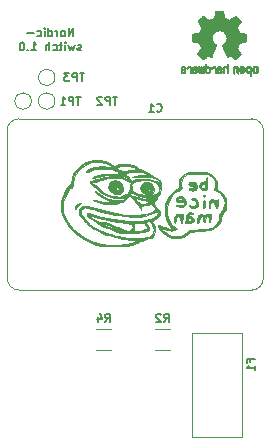
<source format=gbr>
G04 #@! TF.GenerationSoftware,KiCad,Pcbnew,5.1.5*
G04 #@! TF.CreationDate,2020-03-24T00:38:53+03:00*
G04 #@! TF.ProjectId,nordic-switch,6e6f7264-6963-42d7-9377-697463682e6b,1.0*
G04 #@! TF.SameCoordinates,Original*
G04 #@! TF.FileFunction,Legend,Bot*
G04 #@! TF.FilePolarity,Positive*
%FSLAX46Y46*%
G04 Gerber Fmt 4.6, Leading zero omitted, Abs format (unit mm)*
G04 Created by KiCad (PCBNEW 5.1.5) date 2020-03-24 00:38:53*
%MOMM*%
%LPD*%
G04 APERTURE LIST*
%ADD10C,0.150000*%
%ADD11C,0.010000*%
%ADD12C,0.120000*%
G04 APERTURE END LIST*
D10*
X139150000Y-84316666D02*
X139150000Y-83616666D01*
X138750000Y-84316666D01*
X138750000Y-83616666D01*
X138316666Y-84316666D02*
X138383333Y-84283333D01*
X138416666Y-84250000D01*
X138450000Y-84183333D01*
X138450000Y-83983333D01*
X138416666Y-83916666D01*
X138383333Y-83883333D01*
X138316666Y-83850000D01*
X138216666Y-83850000D01*
X138150000Y-83883333D01*
X138116666Y-83916666D01*
X138083333Y-83983333D01*
X138083333Y-84183333D01*
X138116666Y-84250000D01*
X138150000Y-84283333D01*
X138216666Y-84316666D01*
X138316666Y-84316666D01*
X137783333Y-84316666D02*
X137783333Y-83850000D01*
X137783333Y-83983333D02*
X137750000Y-83916666D01*
X137716666Y-83883333D01*
X137650000Y-83850000D01*
X137583333Y-83850000D01*
X137050000Y-84316666D02*
X137050000Y-83616666D01*
X137050000Y-84283333D02*
X137116666Y-84316666D01*
X137250000Y-84316666D01*
X137316666Y-84283333D01*
X137350000Y-84250000D01*
X137383333Y-84183333D01*
X137383333Y-83983333D01*
X137350000Y-83916666D01*
X137316666Y-83883333D01*
X137250000Y-83850000D01*
X137116666Y-83850000D01*
X137050000Y-83883333D01*
X136716666Y-84316666D02*
X136716666Y-83850000D01*
X136716666Y-83616666D02*
X136750000Y-83650000D01*
X136716666Y-83683333D01*
X136683333Y-83650000D01*
X136716666Y-83616666D01*
X136716666Y-83683333D01*
X136083333Y-84283333D02*
X136150000Y-84316666D01*
X136283333Y-84316666D01*
X136350000Y-84283333D01*
X136383333Y-84250000D01*
X136416666Y-84183333D01*
X136416666Y-83983333D01*
X136383333Y-83916666D01*
X136350000Y-83883333D01*
X136283333Y-83850000D01*
X136150000Y-83850000D01*
X136083333Y-83883333D01*
X135783333Y-84050000D02*
X135250000Y-84050000D01*
X139800000Y-85483333D02*
X139733333Y-85516666D01*
X139600000Y-85516666D01*
X139533333Y-85483333D01*
X139500000Y-85416666D01*
X139500000Y-85383333D01*
X139533333Y-85316666D01*
X139600000Y-85283333D01*
X139700000Y-85283333D01*
X139766666Y-85250000D01*
X139800000Y-85183333D01*
X139800000Y-85150000D01*
X139766666Y-85083333D01*
X139700000Y-85050000D01*
X139600000Y-85050000D01*
X139533333Y-85083333D01*
X139266666Y-85050000D02*
X139133333Y-85516666D01*
X139000000Y-85183333D01*
X138866666Y-85516666D01*
X138733333Y-85050000D01*
X138466666Y-85516666D02*
X138466666Y-85050000D01*
X138466666Y-84816666D02*
X138500000Y-84850000D01*
X138466666Y-84883333D01*
X138433333Y-84850000D01*
X138466666Y-84816666D01*
X138466666Y-84883333D01*
X138233333Y-85050000D02*
X137966666Y-85050000D01*
X138133333Y-84816666D02*
X138133333Y-85416666D01*
X138100000Y-85483333D01*
X138033333Y-85516666D01*
X137966666Y-85516666D01*
X137433333Y-85483333D02*
X137500000Y-85516666D01*
X137633333Y-85516666D01*
X137700000Y-85483333D01*
X137733333Y-85450000D01*
X137766666Y-85383333D01*
X137766666Y-85183333D01*
X137733333Y-85116666D01*
X137700000Y-85083333D01*
X137633333Y-85050000D01*
X137500000Y-85050000D01*
X137433333Y-85083333D01*
X137133333Y-85516666D02*
X137133333Y-84816666D01*
X136833333Y-85516666D02*
X136833333Y-85150000D01*
X136866666Y-85083333D01*
X136933333Y-85050000D01*
X137033333Y-85050000D01*
X137100000Y-85083333D01*
X137133333Y-85116666D01*
X135600000Y-85516666D02*
X136000000Y-85516666D01*
X135800000Y-85516666D02*
X135800000Y-84816666D01*
X135866666Y-84916666D01*
X135933333Y-84983333D01*
X136000000Y-85016666D01*
X135300000Y-85450000D02*
X135266666Y-85483333D01*
X135300000Y-85516666D01*
X135333333Y-85483333D01*
X135300000Y-85450000D01*
X135300000Y-85516666D01*
X134833333Y-84816666D02*
X134766666Y-84816666D01*
X134700000Y-84850000D01*
X134666666Y-84883333D01*
X134633333Y-84950000D01*
X134600000Y-85083333D01*
X134600000Y-85250000D01*
X134633333Y-85383333D01*
X134666666Y-85450000D01*
X134700000Y-85483333D01*
X134766666Y-85516666D01*
X134833333Y-85516666D01*
X134900000Y-85483333D01*
X134933333Y-85450000D01*
X134966666Y-85383333D01*
X135000000Y-85250000D01*
X135000000Y-85083333D01*
X134966666Y-84950000D01*
X134933333Y-84883333D01*
X134900000Y-84850000D01*
X134833333Y-84816666D01*
D11*
G36*
X149075192Y-96621079D02*
G01*
X148948646Y-96677670D01*
X148908263Y-96726847D01*
X148882883Y-96844670D01*
X148951050Y-96932370D01*
X149114811Y-96991938D01*
X149196095Y-97006659D01*
X149341116Y-97038131D01*
X149402874Y-97081515D01*
X149406571Y-97123449D01*
X149349434Y-97180632D01*
X149230544Y-97202839D01*
X149084574Y-97187097D01*
X148998900Y-97158412D01*
X148924921Y-97149328D01*
X148910000Y-97190604D01*
X148954643Y-97303601D01*
X149086252Y-97368318D01*
X149247480Y-97384000D01*
X149408699Y-97368213D01*
X149508813Y-97311434D01*
X149542120Y-97271096D01*
X149614108Y-97087063D01*
X149592192Y-96892446D01*
X149554640Y-96825200D01*
X149341800Y-96825200D01*
X149326661Y-96865560D01*
X149271597Y-96876000D01*
X149173102Y-96853331D01*
X149138600Y-96825200D01*
X149153740Y-96784839D01*
X149208804Y-96774400D01*
X149307299Y-96797068D01*
X149341800Y-96825200D01*
X149554640Y-96825200D01*
X149515913Y-96755850D01*
X149393608Y-96661830D01*
X149235107Y-96616352D01*
X149075192Y-96621079D01*
G37*
X149075192Y-96621079D02*
X148948646Y-96677670D01*
X148908263Y-96726847D01*
X148882883Y-96844670D01*
X148951050Y-96932370D01*
X149114811Y-96991938D01*
X149196095Y-97006659D01*
X149341116Y-97038131D01*
X149402874Y-97081515D01*
X149406571Y-97123449D01*
X149349434Y-97180632D01*
X149230544Y-97202839D01*
X149084574Y-97187097D01*
X148998900Y-97158412D01*
X148924921Y-97149328D01*
X148910000Y-97190604D01*
X148954643Y-97303601D01*
X149086252Y-97368318D01*
X149247480Y-97384000D01*
X149408699Y-97368213D01*
X149508813Y-97311434D01*
X149542120Y-97271096D01*
X149614108Y-97087063D01*
X149592192Y-96892446D01*
X149554640Y-96825200D01*
X149341800Y-96825200D01*
X149326661Y-96865560D01*
X149271597Y-96876000D01*
X149173102Y-96853331D01*
X149138600Y-96825200D01*
X149153740Y-96784839D01*
X149208804Y-96774400D01*
X149307299Y-96797068D01*
X149341800Y-96825200D01*
X149554640Y-96825200D01*
X149515913Y-96755850D01*
X149393608Y-96661830D01*
X149235107Y-96616352D01*
X149075192Y-96621079D01*
G36*
X150431785Y-96257092D02*
G01*
X150383899Y-96343434D01*
X150345530Y-96456782D01*
X150332400Y-96549107D01*
X150287865Y-96604565D01*
X150157481Y-96622000D01*
X149985318Y-96664256D01*
X149872233Y-96785488D01*
X149825299Y-96977389D01*
X149824400Y-97013132D01*
X149856855Y-97166981D01*
X149938700Y-97250842D01*
X150082483Y-97319837D01*
X150232124Y-97358809D01*
X150353660Y-97361829D01*
X150408783Y-97332904D01*
X150429627Y-97256027D01*
X150449518Y-97110081D01*
X150466934Y-96921059D01*
X150467010Y-96919886D01*
X150287596Y-96919886D01*
X150285557Y-97038806D01*
X150277235Y-97066500D01*
X150231981Y-97158005D01*
X150172521Y-97172394D01*
X150075061Y-97128212D01*
X149996200Y-97062621D01*
X149976800Y-97017912D01*
X150009410Y-96937442D01*
X150082946Y-96844562D01*
X150160966Y-96781672D01*
X150186087Y-96774400D01*
X150250075Y-96817764D01*
X150287596Y-96919886D01*
X150467010Y-96919886D01*
X150480354Y-96714955D01*
X150488257Y-96517763D01*
X150489120Y-96355477D01*
X150481424Y-96254090D01*
X150473115Y-96233777D01*
X150431785Y-96257092D01*
G37*
X150431785Y-96257092D02*
X150383899Y-96343434D01*
X150345530Y-96456782D01*
X150332400Y-96549107D01*
X150287865Y-96604565D01*
X150157481Y-96622000D01*
X149985318Y-96664256D01*
X149872233Y-96785488D01*
X149825299Y-96977389D01*
X149824400Y-97013132D01*
X149856855Y-97166981D01*
X149938700Y-97250842D01*
X150082483Y-97319837D01*
X150232124Y-97358809D01*
X150353660Y-97361829D01*
X150408783Y-97332904D01*
X150429627Y-97256027D01*
X150449518Y-97110081D01*
X150466934Y-96921059D01*
X150467010Y-96919886D01*
X150287596Y-96919886D01*
X150285557Y-97038806D01*
X150277235Y-97066500D01*
X150231981Y-97158005D01*
X150172521Y-97172394D01*
X150075061Y-97128212D01*
X149996200Y-97062621D01*
X149976800Y-97017912D01*
X150009410Y-96937442D01*
X150082946Y-96844562D01*
X150160966Y-96781672D01*
X150186087Y-96774400D01*
X150250075Y-96817764D01*
X150287596Y-96919886D01*
X150467010Y-96919886D01*
X150480354Y-96714955D01*
X150488257Y-96517763D01*
X150489120Y-96355477D01*
X150481424Y-96254090D01*
X150473115Y-96233777D01*
X150431785Y-96257092D01*
G36*
X150138651Y-97766961D02*
G01*
X150154600Y-97841200D01*
X150227034Y-97889998D01*
X150299768Y-97852532D01*
X150303443Y-97846955D01*
X150293984Y-97781701D01*
X150260164Y-97742889D01*
X150182944Y-97720098D01*
X150138651Y-97766961D01*
G37*
X150138651Y-97766961D02*
X150154600Y-97841200D01*
X150227034Y-97889998D01*
X150299768Y-97852532D01*
X150303443Y-97846955D01*
X150293984Y-97781701D01*
X150260164Y-97742889D01*
X150182944Y-97720098D01*
X150138651Y-97766961D01*
G36*
X148000332Y-97897381D02*
G01*
X147944800Y-97942800D01*
X147867984Y-98062429D01*
X147846499Y-98189928D01*
X147882361Y-98289635D01*
X147923555Y-98318364D01*
X148020444Y-98336747D01*
X148173145Y-98347779D01*
X148250757Y-98349200D01*
X148431141Y-98360077D01*
X148520230Y-98395659D01*
X148526286Y-98460366D01*
X148511514Y-98488794D01*
X148408034Y-98571809D01*
X148252973Y-98609998D01*
X148090319Y-98593034D01*
X148080915Y-98589910D01*
X147946902Y-98564558D01*
X147877928Y-98590118D01*
X147886065Y-98649063D01*
X147983390Y-98723866D01*
X147987241Y-98725877D01*
X148198463Y-98798079D01*
X148386056Y-98776327D01*
X148550503Y-98674884D01*
X148673542Y-98526959D01*
X148702379Y-98361133D01*
X148639207Y-98162992D01*
X148630891Y-98146561D01*
X148629646Y-98144910D01*
X148402000Y-98144910D01*
X148358904Y-98178614D01*
X148257571Y-98194580D01*
X148139936Y-98192049D01*
X148047934Y-98170259D01*
X148024558Y-98151755D01*
X148034885Y-98087278D01*
X148073864Y-98042687D01*
X148162681Y-98004533D01*
X148276505Y-98035842D01*
X148369245Y-98095119D01*
X148402000Y-98144910D01*
X148629646Y-98144910D01*
X148500731Y-97974050D01*
X148337136Y-97870528D01*
X148162779Y-97842727D01*
X148000332Y-97897381D01*
G37*
X148000332Y-97897381D02*
X147944800Y-97942800D01*
X147867984Y-98062429D01*
X147846499Y-98189928D01*
X147882361Y-98289635D01*
X147923555Y-98318364D01*
X148020444Y-98336747D01*
X148173145Y-98347779D01*
X148250757Y-98349200D01*
X148431141Y-98360077D01*
X148520230Y-98395659D01*
X148526286Y-98460366D01*
X148511514Y-98488794D01*
X148408034Y-98571809D01*
X148252973Y-98609998D01*
X148090319Y-98593034D01*
X148080915Y-98589910D01*
X147946902Y-98564558D01*
X147877928Y-98590118D01*
X147886065Y-98649063D01*
X147983390Y-98723866D01*
X147987241Y-98725877D01*
X148198463Y-98798079D01*
X148386056Y-98776327D01*
X148550503Y-98674884D01*
X148673542Y-98526959D01*
X148702379Y-98361133D01*
X148639207Y-98162992D01*
X148630891Y-98146561D01*
X148629646Y-98144910D01*
X148402000Y-98144910D01*
X148358904Y-98178614D01*
X148257571Y-98194580D01*
X148139936Y-98192049D01*
X148047934Y-98170259D01*
X148024558Y-98151755D01*
X148034885Y-98087278D01*
X148073864Y-98042687D01*
X148162681Y-98004533D01*
X148276505Y-98035842D01*
X148369245Y-98095119D01*
X148402000Y-98144910D01*
X148629646Y-98144910D01*
X148500731Y-97974050D01*
X148337136Y-97870528D01*
X148162779Y-97842727D01*
X148000332Y-97897381D01*
G36*
X149300815Y-98003588D02*
G01*
X149176984Y-98034868D01*
X149124985Y-98083131D01*
X149151107Y-98127223D01*
X149258487Y-98146000D01*
X149412360Y-98191446D01*
X149526611Y-98307129D01*
X149570400Y-98459222D01*
X149525188Y-98573471D01*
X149405304Y-98650380D01*
X149234375Y-98678291D01*
X149141400Y-98670901D01*
X148935400Y-98638968D01*
X149032174Y-98748084D01*
X149173060Y-98836910D01*
X149350209Y-98851406D01*
X149530375Y-98791342D01*
X149588950Y-98751912D01*
X149699499Y-98608067D01*
X149722140Y-98432222D01*
X149656868Y-98243318D01*
X149589003Y-98147186D01*
X149475591Y-98038316D01*
X149363631Y-98001689D01*
X149300815Y-98003588D01*
G37*
X149300815Y-98003588D02*
X149176984Y-98034868D01*
X149124985Y-98083131D01*
X149151107Y-98127223D01*
X149258487Y-98146000D01*
X149412360Y-98191446D01*
X149526611Y-98307129D01*
X149570400Y-98459222D01*
X149525188Y-98573471D01*
X149405304Y-98650380D01*
X149234375Y-98678291D01*
X149141400Y-98670901D01*
X148935400Y-98638968D01*
X149032174Y-98748084D01*
X149173060Y-98836910D01*
X149350209Y-98851406D01*
X149530375Y-98791342D01*
X149588950Y-98751912D01*
X149699499Y-98608067D01*
X149722140Y-98432222D01*
X149656868Y-98243318D01*
X149589003Y-98147186D01*
X149475591Y-98038316D01*
X149363631Y-98001689D01*
X149300815Y-98003588D01*
G36*
X150182108Y-98195494D02*
G01*
X150161219Y-98260300D01*
X150142358Y-98380748D01*
X150131157Y-98548451D01*
X150129894Y-98615900D01*
X150138361Y-98770980D01*
X150168813Y-98844400D01*
X150205400Y-98857200D01*
X150246801Y-98836287D01*
X150270496Y-98761091D01*
X150280490Y-98612927D01*
X150281600Y-98501600D01*
X150273483Y-98305284D01*
X150251662Y-98183751D01*
X150219938Y-98144616D01*
X150182108Y-98195494D01*
G37*
X150182108Y-98195494D02*
X150161219Y-98260300D01*
X150142358Y-98380748D01*
X150131157Y-98548451D01*
X150129894Y-98615900D01*
X150138361Y-98770980D01*
X150168813Y-98844400D01*
X150205400Y-98857200D01*
X150246801Y-98836287D01*
X150270496Y-98761091D01*
X150280490Y-98612927D01*
X150281600Y-98501600D01*
X150273483Y-98305284D01*
X150251662Y-98183751D01*
X150219938Y-98144616D01*
X150182108Y-98195494D01*
G36*
X150851892Y-98126396D02*
G01*
X150761466Y-98201878D01*
X150753242Y-98210067D01*
X150670903Y-98318141D01*
X150630533Y-98453699D01*
X150619261Y-98604326D01*
X150626571Y-98789142D01*
X150660294Y-98884262D01*
X150675300Y-98894266D01*
X150723876Y-98869325D01*
X150738800Y-98763140D01*
X150764096Y-98546536D01*
X150829282Y-98398173D01*
X150918306Y-98322264D01*
X151015118Y-98323023D01*
X151103666Y-98404664D01*
X151167899Y-98571400D01*
X151181186Y-98647010D01*
X151213461Y-98793216D01*
X151254388Y-98849156D01*
X151298501Y-98825179D01*
X151340334Y-98731632D01*
X151374419Y-98578864D01*
X151395292Y-98377224D01*
X151399200Y-98234289D01*
X151391627Y-98134661D01*
X151360035Y-98119943D01*
X151324967Y-98144368D01*
X151247988Y-98179386D01*
X151135169Y-98165859D01*
X151065248Y-98144761D01*
X150936563Y-98110830D01*
X150851892Y-98126396D01*
G37*
X150851892Y-98126396D02*
X150761466Y-98201878D01*
X150753242Y-98210067D01*
X150670903Y-98318141D01*
X150630533Y-98453699D01*
X150619261Y-98604326D01*
X150626571Y-98789142D01*
X150660294Y-98884262D01*
X150675300Y-98894266D01*
X150723876Y-98869325D01*
X150738800Y-98763140D01*
X150764096Y-98546536D01*
X150829282Y-98398173D01*
X150918306Y-98322264D01*
X151015118Y-98323023D01*
X151103666Y-98404664D01*
X151167899Y-98571400D01*
X151181186Y-98647010D01*
X151213461Y-98793216D01*
X151254388Y-98849156D01*
X151298501Y-98825179D01*
X151340334Y-98731632D01*
X151374419Y-98578864D01*
X151395292Y-98377224D01*
X151399200Y-98234289D01*
X151391627Y-98134661D01*
X151360035Y-98119943D01*
X151324967Y-98144368D01*
X151247988Y-98179386D01*
X151135169Y-98165859D01*
X151065248Y-98144761D01*
X150936563Y-98110830D01*
X150851892Y-98126396D01*
G36*
X148122855Y-99357472D02*
G01*
X147957026Y-99371615D01*
X147861371Y-99399451D01*
X147804514Y-99457862D01*
X147759562Y-99552967D01*
X147717584Y-99701798D01*
X147702198Y-99861171D01*
X147712951Y-99998358D01*
X147749390Y-100080633D01*
X147767000Y-100090161D01*
X147801657Y-100051871D01*
X147833173Y-99941354D01*
X147845510Y-99860730D01*
X147884269Y-99661645D01*
X147948489Y-99552164D01*
X148045369Y-99521943D01*
X148078488Y-99526112D01*
X148140506Y-99565252D01*
X148183408Y-99667700D01*
X148211819Y-99819678D01*
X148241219Y-100002278D01*
X148266451Y-100097036D01*
X148292778Y-100117271D01*
X148318157Y-100088767D01*
X148341957Y-100014814D01*
X148370543Y-99878600D01*
X148398761Y-99713028D01*
X148421455Y-99551000D01*
X148433471Y-99425419D01*
X148430705Y-99370428D01*
X148373950Y-99356659D01*
X148246844Y-99352890D01*
X148122855Y-99357472D01*
G37*
X148122855Y-99357472D02*
X147957026Y-99371615D01*
X147861371Y-99399451D01*
X147804514Y-99457862D01*
X147759562Y-99552967D01*
X147717584Y-99701798D01*
X147702198Y-99861171D01*
X147712951Y-99998358D01*
X147749390Y-100080633D01*
X147767000Y-100090161D01*
X147801657Y-100051871D01*
X147833173Y-99941354D01*
X147845510Y-99860730D01*
X147884269Y-99661645D01*
X147948489Y-99552164D01*
X148045369Y-99521943D01*
X148078488Y-99526112D01*
X148140506Y-99565252D01*
X148183408Y-99667700D01*
X148211819Y-99819678D01*
X148241219Y-100002278D01*
X148266451Y-100097036D01*
X148292778Y-100117271D01*
X148318157Y-100088767D01*
X148341957Y-100014814D01*
X148370543Y-99878600D01*
X148398761Y-99713028D01*
X148421455Y-99551000D01*
X148433471Y-99425419D01*
X148430705Y-99370428D01*
X148373950Y-99356659D01*
X148246844Y-99352890D01*
X148122855Y-99357472D01*
G36*
X148888294Y-99241291D02*
G01*
X148785813Y-99334386D01*
X148717331Y-99503516D01*
X148675675Y-99760113D01*
X148673344Y-99784141D01*
X148642403Y-100115476D01*
X148900267Y-100115476D01*
X149073397Y-100101230D01*
X149217434Y-100065024D01*
X149262666Y-100042257D01*
X149344373Y-99939498D01*
X149367200Y-99848606D01*
X149362503Y-99835378D01*
X149196301Y-99835378D01*
X149162790Y-99886375D01*
X149136170Y-99906658D01*
X149039260Y-99936724D01*
X148939661Y-99915810D01*
X148875988Y-99858647D01*
X148873023Y-99806260D01*
X148939571Y-99741888D01*
X149048508Y-99733225D01*
X149145628Y-99777432D01*
X149196301Y-99835378D01*
X149362503Y-99835378D01*
X149322731Y-99723372D01*
X149211576Y-99608720D01*
X149067112Y-99532828D01*
X148975116Y-99517600D01*
X148882614Y-99499873D01*
X148869924Y-99459290D01*
X148924235Y-99414745D01*
X149032734Y-99385134D01*
X149066877Y-99382276D01*
X149197418Y-99375395D01*
X149281163Y-99369888D01*
X149284521Y-99369576D01*
X149294346Y-99334876D01*
X149265601Y-99289000D01*
X149173626Y-99236090D01*
X149038068Y-99212848D01*
X149031951Y-99212800D01*
X148888294Y-99241291D01*
G37*
X148888294Y-99241291D02*
X148785813Y-99334386D01*
X148717331Y-99503516D01*
X148675675Y-99760113D01*
X148673344Y-99784141D01*
X148642403Y-100115476D01*
X148900267Y-100115476D01*
X149073397Y-100101230D01*
X149217434Y-100065024D01*
X149262666Y-100042257D01*
X149344373Y-99939498D01*
X149367200Y-99848606D01*
X149362503Y-99835378D01*
X149196301Y-99835378D01*
X149162790Y-99886375D01*
X149136170Y-99906658D01*
X149039260Y-99936724D01*
X148939661Y-99915810D01*
X148875988Y-99858647D01*
X148873023Y-99806260D01*
X148939571Y-99741888D01*
X149048508Y-99733225D01*
X149145628Y-99777432D01*
X149196301Y-99835378D01*
X149362503Y-99835378D01*
X149322731Y-99723372D01*
X149211576Y-99608720D01*
X149067112Y-99532828D01*
X148975116Y-99517600D01*
X148882614Y-99499873D01*
X148869924Y-99459290D01*
X148924235Y-99414745D01*
X149032734Y-99385134D01*
X149066877Y-99382276D01*
X149197418Y-99375395D01*
X149281163Y-99369888D01*
X149284521Y-99369576D01*
X149294346Y-99334876D01*
X149265601Y-99289000D01*
X149173626Y-99236090D01*
X149038068Y-99212848D01*
X149031951Y-99212800D01*
X148888294Y-99241291D01*
G36*
X150586400Y-99358811D02*
G01*
X150432314Y-99379860D01*
X150316728Y-99414173D01*
X150292148Y-99428628D01*
X150211485Y-99453573D01*
X150167688Y-99424007D01*
X150047411Y-99367029D01*
X149902357Y-99377879D01*
X149776972Y-99450018D01*
X149747739Y-99485774D01*
X149694498Y-99605652D01*
X149654647Y-99764580D01*
X149632480Y-99929362D01*
X149632294Y-100066803D01*
X149658385Y-100143706D01*
X149662228Y-100146560D01*
X149726339Y-100152627D01*
X149738218Y-100140728D01*
X149758346Y-100070762D01*
X149783555Y-99938297D01*
X149795018Y-99864653D01*
X149848033Y-99662860D01*
X149925133Y-99554772D01*
X150011494Y-99540328D01*
X150092292Y-99619464D01*
X150152702Y-99792120D01*
X150165186Y-99866210D01*
X150196463Y-100017236D01*
X150233334Y-100067657D01*
X150271440Y-100017982D01*
X150306418Y-99868717D01*
X150309410Y-99849436D01*
X150357450Y-99657936D01*
X150428208Y-99553425D01*
X150516507Y-99541620D01*
X150562739Y-99569842D01*
X150620090Y-99681493D01*
X150626239Y-99842763D01*
X150628342Y-99974751D01*
X150651015Y-100054061D01*
X150662600Y-100062733D01*
X150714374Y-100026332D01*
X150757481Y-99897817D01*
X150789300Y-99686497D01*
X150798229Y-99581586D01*
X150815000Y-99343179D01*
X150586400Y-99358811D01*
G37*
X150586400Y-99358811D02*
X150432314Y-99379860D01*
X150316728Y-99414173D01*
X150292148Y-99428628D01*
X150211485Y-99453573D01*
X150167688Y-99424007D01*
X150047411Y-99367029D01*
X149902357Y-99377879D01*
X149776972Y-99450018D01*
X149747739Y-99485774D01*
X149694498Y-99605652D01*
X149654647Y-99764580D01*
X149632480Y-99929362D01*
X149632294Y-100066803D01*
X149658385Y-100143706D01*
X149662228Y-100146560D01*
X149726339Y-100152627D01*
X149738218Y-100140728D01*
X149758346Y-100070762D01*
X149783555Y-99938297D01*
X149795018Y-99864653D01*
X149848033Y-99662860D01*
X149925133Y-99554772D01*
X150011494Y-99540328D01*
X150092292Y-99619464D01*
X150152702Y-99792120D01*
X150165186Y-99866210D01*
X150196463Y-100017236D01*
X150233334Y-100067657D01*
X150271440Y-100017982D01*
X150306418Y-99868717D01*
X150309410Y-99849436D01*
X150357450Y-99657936D01*
X150428208Y-99553425D01*
X150516507Y-99541620D01*
X150562739Y-99569842D01*
X150620090Y-99681493D01*
X150626239Y-99842763D01*
X150628342Y-99974751D01*
X150651015Y-100054061D01*
X150662600Y-100062733D01*
X150714374Y-100026332D01*
X150757481Y-99897817D01*
X150789300Y-99686497D01*
X150798229Y-99581586D01*
X150815000Y-99343179D01*
X150586400Y-99358811D01*
G36*
X145200723Y-96681447D02*
G01*
X145091268Y-96721033D01*
X144989082Y-96812021D01*
X144952863Y-96852367D01*
X144848247Y-96979139D01*
X144805106Y-97071870D01*
X144815499Y-97170708D01*
X144864493Y-97299103D01*
X144998515Y-97513696D01*
X145181685Y-97660047D01*
X145393625Y-97729100D01*
X145613961Y-97711797D01*
X145708599Y-97674349D01*
X145857370Y-97544802D01*
X145944469Y-97348218D01*
X145949107Y-97307900D01*
X145650761Y-97307900D01*
X145616425Y-97391262D01*
X145536568Y-97427124D01*
X145519837Y-97425271D01*
X145435056Y-97366690D01*
X145414329Y-97319763D01*
X145437569Y-97234245D01*
X145515933Y-97190569D01*
X145605019Y-97210154D01*
X145618160Y-97221440D01*
X145650761Y-97307900D01*
X145949107Y-97307900D01*
X145962852Y-97188420D01*
X145936071Y-97041459D01*
X145842130Y-96899744D01*
X145790881Y-96845520D01*
X145667814Y-96737453D01*
X145552088Y-96686736D01*
X145393267Y-96672946D01*
X145364343Y-96672800D01*
X145200723Y-96681447D01*
G37*
X145200723Y-96681447D02*
X145091268Y-96721033D01*
X144989082Y-96812021D01*
X144952863Y-96852367D01*
X144848247Y-96979139D01*
X144805106Y-97071870D01*
X144815499Y-97170708D01*
X144864493Y-97299103D01*
X144998515Y-97513696D01*
X145181685Y-97660047D01*
X145393625Y-97729100D01*
X145613961Y-97711797D01*
X145708599Y-97674349D01*
X145857370Y-97544802D01*
X145944469Y-97348218D01*
X145949107Y-97307900D01*
X145650761Y-97307900D01*
X145616425Y-97391262D01*
X145536568Y-97427124D01*
X145519837Y-97425271D01*
X145435056Y-97366690D01*
X145414329Y-97319763D01*
X145437569Y-97234245D01*
X145515933Y-97190569D01*
X145605019Y-97210154D01*
X145618160Y-97221440D01*
X145650761Y-97307900D01*
X145949107Y-97307900D01*
X145962852Y-97188420D01*
X145936071Y-97041459D01*
X145842130Y-96899744D01*
X145790881Y-96845520D01*
X145667814Y-96737453D01*
X145552088Y-96686736D01*
X145393267Y-96672946D01*
X145364343Y-96672800D01*
X145200723Y-96681447D01*
G36*
X142455200Y-96554705D02*
G01*
X142275790Y-96658723D01*
X142166697Y-96834108D01*
X142152837Y-96878836D01*
X142122194Y-97101301D01*
X142171157Y-97285424D01*
X142273739Y-97428647D01*
X142472062Y-97582849D01*
X142711315Y-97668039D01*
X142958521Y-97675849D01*
X143100665Y-97638427D01*
X143256783Y-97525754D01*
X143346375Y-97352784D01*
X143354128Y-97264458D01*
X142981909Y-97264458D01*
X142918071Y-97319120D01*
X142823329Y-97315201D01*
X142742812Y-97261508D01*
X142720855Y-97213504D01*
X142731680Y-97106771D01*
X142757236Y-97064844D01*
X142828586Y-97051104D01*
X142911722Y-97099367D01*
X142973736Y-97180395D01*
X142981909Y-97264458D01*
X143354128Y-97264458D01*
X143365092Y-97139575D01*
X143308585Y-96906184D01*
X143275275Y-96833186D01*
X143141690Y-96653754D01*
X142956698Y-96552189D01*
X142707487Y-96520400D01*
X142455200Y-96554705D01*
G37*
X142455200Y-96554705D02*
X142275790Y-96658723D01*
X142166697Y-96834108D01*
X142152837Y-96878836D01*
X142122194Y-97101301D01*
X142171157Y-97285424D01*
X142273739Y-97428647D01*
X142472062Y-97582849D01*
X142711315Y-97668039D01*
X142958521Y-97675849D01*
X143100665Y-97638427D01*
X143256783Y-97525754D01*
X143346375Y-97352784D01*
X143354128Y-97264458D01*
X142981909Y-97264458D01*
X142918071Y-97319120D01*
X142823329Y-97315201D01*
X142742812Y-97261508D01*
X142720855Y-97213504D01*
X142731680Y-97106771D01*
X142757236Y-97064844D01*
X142828586Y-97051104D01*
X142911722Y-97099367D01*
X142973736Y-97180395D01*
X142981909Y-97264458D01*
X143354128Y-97264458D01*
X143365092Y-97139575D01*
X143308585Y-96906184D01*
X143275275Y-96833186D01*
X143141690Y-96653754D01*
X142956698Y-96552189D01*
X142707487Y-96520400D01*
X142455200Y-96554705D01*
G36*
X139523052Y-98488452D02*
G01*
X139404003Y-98583802D01*
X139313063Y-98710440D01*
X139267883Y-98841954D01*
X139286117Y-98951934D01*
X139303176Y-98973495D01*
X139351567Y-98975861D01*
X139387962Y-98888887D01*
X139447702Y-98773744D01*
X139557369Y-98645448D01*
X139605548Y-98602139D01*
X139789149Y-98450800D01*
X139652554Y-98450800D01*
X139523052Y-98488452D01*
G37*
X139523052Y-98488452D02*
X139404003Y-98583802D01*
X139313063Y-98710440D01*
X139267883Y-98841954D01*
X139286117Y-98951934D01*
X139303176Y-98973495D01*
X139351567Y-98975861D01*
X139387962Y-98888887D01*
X139447702Y-98773744D01*
X139557369Y-98645448D01*
X139605548Y-98602139D01*
X139789149Y-98450800D01*
X139652554Y-98450800D01*
X139523052Y-98488452D01*
G36*
X149529437Y-95818380D02*
G01*
X149225280Y-95825151D01*
X149004126Y-95833232D01*
X148847392Y-95845508D01*
X148736493Y-95864866D01*
X148652845Y-95894190D01*
X148577863Y-95936366D01*
X148520702Y-95974998D01*
X148286433Y-96192630D01*
X148138703Y-96461814D01*
X148075938Y-96785692D01*
X148073356Y-96867828D01*
X148069903Y-97044031D01*
X148052986Y-97148408D01*
X148009549Y-97210731D01*
X147926537Y-97260774D01*
X147894000Y-97276847D01*
X147647428Y-97412236D01*
X147464632Y-97554691D01*
X147310492Y-97734553D01*
X147233611Y-97847345D01*
X147064367Y-98181196D01*
X146953394Y-98554961D01*
X146900005Y-98948812D01*
X146903514Y-99342918D01*
X146963236Y-99717453D01*
X147078484Y-100052586D01*
X147248571Y-100328490D01*
X147322231Y-100408658D01*
X147421870Y-100513552D01*
X147477085Y-100587944D01*
X147481025Y-100607908D01*
X147413212Y-100615952D01*
X147276720Y-100595554D01*
X147098036Y-100553850D01*
X146903648Y-100497978D01*
X146720043Y-100435073D01*
X146573709Y-100372273D01*
X146541401Y-100354735D01*
X146406995Y-100281123D01*
X146333103Y-100259411D01*
X146295913Y-100284834D01*
X146287209Y-100303857D01*
X146297755Y-100400307D01*
X146371308Y-100543447D01*
X146494283Y-100713213D01*
X146653095Y-100889540D01*
X146739604Y-100972007D01*
X146997253Y-101166761D01*
X147275010Y-101293809D01*
X147600646Y-101363483D01*
X147843200Y-101382583D01*
X148070585Y-101387774D01*
X148231962Y-101377480D01*
X148362433Y-101346210D01*
X148497097Y-101288470D01*
X148521229Y-101276483D01*
X148696929Y-101174694D01*
X148860141Y-101058469D01*
X148918127Y-101008282D01*
X148981686Y-100951707D01*
X149047908Y-100910378D01*
X149135326Y-100880105D01*
X149262476Y-100856693D01*
X149447890Y-100835951D01*
X149710103Y-100813686D01*
X149814899Y-100805426D01*
X150198205Y-100772411D01*
X150497039Y-100737715D01*
X150728483Y-100696644D01*
X150909620Y-100644504D01*
X151057532Y-100576601D01*
X151189303Y-100488241D01*
X151295893Y-100398487D01*
X151458403Y-100233068D01*
X151566598Y-100065136D01*
X151638623Y-99859278D01*
X151682209Y-99644600D01*
X151734251Y-99476981D01*
X151817441Y-99330928D01*
X151831354Y-99314400D01*
X151975813Y-99128043D01*
X152062609Y-98937672D01*
X152101410Y-98711785D01*
X152102427Y-98431098D01*
X152100870Y-98406221D01*
X151958343Y-98406221D01*
X151939683Y-98691526D01*
X151839424Y-98959943D01*
X151660451Y-99188785D01*
X151549371Y-99318466D01*
X151505073Y-99454972D01*
X151500517Y-99542835D01*
X151457283Y-99875235D01*
X151330087Y-100151953D01*
X151121190Y-100369483D01*
X150879350Y-100505952D01*
X150714545Y-100554353D01*
X150472695Y-100599105D01*
X150178355Y-100637305D01*
X149856077Y-100666049D01*
X149530415Y-100682436D01*
X149364005Y-100685119D01*
X149164611Y-100688334D01*
X149036307Y-100702942D01*
X148948605Y-100738070D01*
X148871020Y-100802846D01*
X148830605Y-100844825D01*
X148694353Y-100961672D01*
X148517042Y-101078817D01*
X148427400Y-101126938D01*
X148264828Y-101195915D01*
X148114882Y-101229300D01*
X147932176Y-101234734D01*
X147817800Y-101229558D01*
X147513959Y-101189256D01*
X147258243Y-101111308D01*
X147230238Y-101098639D01*
X147066727Y-101009666D01*
X146909733Y-100905595D01*
X146779544Y-100802544D01*
X146696448Y-100716633D01*
X146680733Y-100663982D01*
X146681746Y-100662843D01*
X146743285Y-100656854D01*
X146878045Y-100670287D01*
X147060124Y-100700260D01*
X147115096Y-100711029D01*
X147334091Y-100751091D01*
X147488218Y-100765466D01*
X147610683Y-100755005D01*
X147717074Y-100726441D01*
X147862869Y-100664375D01*
X147908367Y-100603194D01*
X147854674Y-100537482D01*
X147765572Y-100489061D01*
X147498388Y-100311377D01*
X147297092Y-100057064D01*
X147162458Y-99727489D01*
X147095261Y-99324016D01*
X147093930Y-99305533D01*
X147097495Y-98848948D01*
X147169773Y-98433387D01*
X147305734Y-98068997D01*
X147500349Y-97765925D01*
X147748585Y-97534319D01*
X148045414Y-97384326D01*
X148046549Y-97383950D01*
X148217850Y-97315557D01*
X148303698Y-97240049D01*
X148319093Y-97135079D01*
X148291866Y-97018457D01*
X148260063Y-96752489D01*
X148318891Y-96493112D01*
X148458573Y-96262445D01*
X148669332Y-96082603D01*
X148717508Y-96055534D01*
X148814080Y-96010262D01*
X148914001Y-95978682D01*
X149037946Y-95958275D01*
X149206589Y-95946520D01*
X149440605Y-95940896D01*
X149672000Y-95939185D01*
X149968053Y-95939406D01*
X150182801Y-95944382D01*
X150336510Y-95956407D01*
X150449446Y-95977775D01*
X150541874Y-96010780D01*
X150611800Y-96045556D01*
X150869819Y-96219260D01*
X151035692Y-96420631D01*
X151117735Y-96665488D01*
X151124261Y-96969649D01*
X151120166Y-97012765D01*
X151086942Y-97327330D01*
X151287685Y-97429741D01*
X151560074Y-97615788D01*
X151765003Y-97851671D01*
X151898938Y-98120709D01*
X151958343Y-98406221D01*
X152100870Y-98406221D01*
X152088783Y-98213231D01*
X152063711Y-98060852D01*
X152016923Y-97937857D01*
X151938133Y-97808140D01*
X151915546Y-97775206D01*
X151772992Y-97605727D01*
X151600016Y-97448118D01*
X151513011Y-97386092D01*
X151279534Y-97240772D01*
X151291690Y-96942907D01*
X151282886Y-96667191D01*
X151221925Y-96449159D01*
X151095743Y-96252720D01*
X151005818Y-96153074D01*
X150871805Y-96031223D01*
X150728239Y-95940664D01*
X150558386Y-95877603D01*
X150345512Y-95838247D01*
X150072883Y-95818802D01*
X149723766Y-95815474D01*
X149529437Y-95818380D01*
G37*
X149529437Y-95818380D02*
X149225280Y-95825151D01*
X149004126Y-95833232D01*
X148847392Y-95845508D01*
X148736493Y-95864866D01*
X148652845Y-95894190D01*
X148577863Y-95936366D01*
X148520702Y-95974998D01*
X148286433Y-96192630D01*
X148138703Y-96461814D01*
X148075938Y-96785692D01*
X148073356Y-96867828D01*
X148069903Y-97044031D01*
X148052986Y-97148408D01*
X148009549Y-97210731D01*
X147926537Y-97260774D01*
X147894000Y-97276847D01*
X147647428Y-97412236D01*
X147464632Y-97554691D01*
X147310492Y-97734553D01*
X147233611Y-97847345D01*
X147064367Y-98181196D01*
X146953394Y-98554961D01*
X146900005Y-98948812D01*
X146903514Y-99342918D01*
X146963236Y-99717453D01*
X147078484Y-100052586D01*
X147248571Y-100328490D01*
X147322231Y-100408658D01*
X147421870Y-100513552D01*
X147477085Y-100587944D01*
X147481025Y-100607908D01*
X147413212Y-100615952D01*
X147276720Y-100595554D01*
X147098036Y-100553850D01*
X146903648Y-100497978D01*
X146720043Y-100435073D01*
X146573709Y-100372273D01*
X146541401Y-100354735D01*
X146406995Y-100281123D01*
X146333103Y-100259411D01*
X146295913Y-100284834D01*
X146287209Y-100303857D01*
X146297755Y-100400307D01*
X146371308Y-100543447D01*
X146494283Y-100713213D01*
X146653095Y-100889540D01*
X146739604Y-100972007D01*
X146997253Y-101166761D01*
X147275010Y-101293809D01*
X147600646Y-101363483D01*
X147843200Y-101382583D01*
X148070585Y-101387774D01*
X148231962Y-101377480D01*
X148362433Y-101346210D01*
X148497097Y-101288470D01*
X148521229Y-101276483D01*
X148696929Y-101174694D01*
X148860141Y-101058469D01*
X148918127Y-101008282D01*
X148981686Y-100951707D01*
X149047908Y-100910378D01*
X149135326Y-100880105D01*
X149262476Y-100856693D01*
X149447890Y-100835951D01*
X149710103Y-100813686D01*
X149814899Y-100805426D01*
X150198205Y-100772411D01*
X150497039Y-100737715D01*
X150728483Y-100696644D01*
X150909620Y-100644504D01*
X151057532Y-100576601D01*
X151189303Y-100488241D01*
X151295893Y-100398487D01*
X151458403Y-100233068D01*
X151566598Y-100065136D01*
X151638623Y-99859278D01*
X151682209Y-99644600D01*
X151734251Y-99476981D01*
X151817441Y-99330928D01*
X151831354Y-99314400D01*
X151975813Y-99128043D01*
X152062609Y-98937672D01*
X152101410Y-98711785D01*
X152102427Y-98431098D01*
X152100870Y-98406221D01*
X151958343Y-98406221D01*
X151939683Y-98691526D01*
X151839424Y-98959943D01*
X151660451Y-99188785D01*
X151549371Y-99318466D01*
X151505073Y-99454972D01*
X151500517Y-99542835D01*
X151457283Y-99875235D01*
X151330087Y-100151953D01*
X151121190Y-100369483D01*
X150879350Y-100505952D01*
X150714545Y-100554353D01*
X150472695Y-100599105D01*
X150178355Y-100637305D01*
X149856077Y-100666049D01*
X149530415Y-100682436D01*
X149364005Y-100685119D01*
X149164611Y-100688334D01*
X149036307Y-100702942D01*
X148948605Y-100738070D01*
X148871020Y-100802846D01*
X148830605Y-100844825D01*
X148694353Y-100961672D01*
X148517042Y-101078817D01*
X148427400Y-101126938D01*
X148264828Y-101195915D01*
X148114882Y-101229300D01*
X147932176Y-101234734D01*
X147817800Y-101229558D01*
X147513959Y-101189256D01*
X147258243Y-101111308D01*
X147230238Y-101098639D01*
X147066727Y-101009666D01*
X146909733Y-100905595D01*
X146779544Y-100802544D01*
X146696448Y-100716633D01*
X146680733Y-100663982D01*
X146681746Y-100662843D01*
X146743285Y-100656854D01*
X146878045Y-100670287D01*
X147060124Y-100700260D01*
X147115096Y-100711029D01*
X147334091Y-100751091D01*
X147488218Y-100765466D01*
X147610683Y-100755005D01*
X147717074Y-100726441D01*
X147862869Y-100664375D01*
X147908367Y-100603194D01*
X147854674Y-100537482D01*
X147765572Y-100489061D01*
X147498388Y-100311377D01*
X147297092Y-100057064D01*
X147162458Y-99727489D01*
X147095261Y-99324016D01*
X147093930Y-99305533D01*
X147097495Y-98848948D01*
X147169773Y-98433387D01*
X147305734Y-98068997D01*
X147500349Y-97765925D01*
X147748585Y-97534319D01*
X148045414Y-97384326D01*
X148046549Y-97383950D01*
X148217850Y-97315557D01*
X148303698Y-97240049D01*
X148319093Y-97135079D01*
X148291866Y-97018457D01*
X148260063Y-96752489D01*
X148318891Y-96493112D01*
X148458573Y-96262445D01*
X148669332Y-96082603D01*
X148717508Y-96055534D01*
X148814080Y-96010262D01*
X148914001Y-95978682D01*
X149037946Y-95958275D01*
X149206589Y-95946520D01*
X149440605Y-95940896D01*
X149672000Y-95939185D01*
X149968053Y-95939406D01*
X150182801Y-95944382D01*
X150336510Y-95956407D01*
X150449446Y-95977775D01*
X150541874Y-96010780D01*
X150611800Y-96045556D01*
X150869819Y-96219260D01*
X151035692Y-96420631D01*
X151117735Y-96665488D01*
X151124261Y-96969649D01*
X151120166Y-97012765D01*
X151086942Y-97327330D01*
X151287685Y-97429741D01*
X151560074Y-97615788D01*
X151765003Y-97851671D01*
X151898938Y-98120709D01*
X151958343Y-98406221D01*
X152100870Y-98406221D01*
X152088783Y-98213231D01*
X152063711Y-98060852D01*
X152016923Y-97937857D01*
X151938133Y-97808140D01*
X151915546Y-97775206D01*
X151772992Y-97605727D01*
X151600016Y-97448118D01*
X151513011Y-97386092D01*
X151279534Y-97240772D01*
X151291690Y-96942907D01*
X151282886Y-96667191D01*
X151221925Y-96449159D01*
X151095743Y-96252720D01*
X151005818Y-96153074D01*
X150871805Y-96031223D01*
X150728239Y-95940664D01*
X150558386Y-95877603D01*
X150345512Y-95838247D01*
X150072883Y-95818802D01*
X149723766Y-95815474D01*
X149529437Y-95818380D01*
G36*
X140790932Y-94775288D02*
G01*
X140527086Y-94835432D01*
X140260687Y-94952500D01*
X139962476Y-95131667D01*
X139607703Y-95397162D01*
X139342182Y-95677923D01*
X139153589Y-95991469D01*
X139029601Y-96355320D01*
X138998337Y-96502377D01*
X138938048Y-96724522D01*
X138834746Y-96909166D01*
X138740303Y-97025611D01*
X138472590Y-97393745D01*
X138267688Y-97809717D01*
X138136418Y-98246018D01*
X138089605Y-98675138D01*
X138089600Y-98679400D01*
X138139061Y-99134590D01*
X138282561Y-99588530D01*
X138512777Y-100033028D01*
X138822384Y-100459894D01*
X139204060Y-100860937D01*
X139650480Y-101227967D01*
X140154322Y-101552793D01*
X140708261Y-101827225D01*
X141010600Y-101946187D01*
X141132792Y-101988133D01*
X141247070Y-102020177D01*
X141370094Y-102043950D01*
X141518527Y-102061079D01*
X141709030Y-102073196D01*
X141958264Y-102081928D01*
X142282891Y-102088907D01*
X142509200Y-102092742D01*
X143652200Y-102111210D01*
X144096902Y-101958158D01*
X144329835Y-101873859D01*
X144558046Y-101784327D01*
X144741651Y-101705400D01*
X144782702Y-101685846D01*
X144975087Y-101606072D01*
X145202591Y-101532888D01*
X145328600Y-101501360D01*
X145595699Y-101432709D01*
X145782958Y-101352305D01*
X145912124Y-101246729D01*
X146004943Y-101102558D01*
X146017277Y-101076331D01*
X146100402Y-100786146D01*
X146083129Y-100499641D01*
X145965001Y-100212928D01*
X145905031Y-100119357D01*
X145840155Y-100017965D01*
X145811292Y-99956717D01*
X145811200Y-99955290D01*
X145852414Y-99917481D01*
X145957139Y-99854399D01*
X146027100Y-99817699D01*
X146250019Y-99690143D01*
X146388416Y-99567308D01*
X146457035Y-99432248D01*
X146471600Y-99306715D01*
X146468284Y-99280144D01*
X146319200Y-99280144D01*
X146270394Y-99420640D01*
X146131813Y-99553504D01*
X145915211Y-99674852D01*
X145632344Y-99780803D01*
X145294968Y-99867472D01*
X144914838Y-99930978D01*
X144503709Y-99967437D01*
X144216158Y-99974800D01*
X143710321Y-99955720D01*
X143151040Y-99901883D01*
X142568866Y-99818390D01*
X141994353Y-99710342D01*
X141458053Y-99582841D01*
X140990520Y-99440988D01*
X140964587Y-99431871D01*
X140700477Y-99342071D01*
X140515491Y-99290134D01*
X140395356Y-99273926D01*
X140325801Y-99291312D01*
X140295455Y-99331763D01*
X140305392Y-99441517D01*
X140400212Y-99577296D01*
X140568479Y-99732802D01*
X140798753Y-99901739D01*
X141079597Y-100077810D01*
X141399572Y-100254719D01*
X141747242Y-100426168D01*
X142111167Y-100585861D01*
X142479911Y-100727501D01*
X142842034Y-100844790D01*
X143186098Y-100931433D01*
X143210201Y-100936388D01*
X143490469Y-100975328D01*
X143816051Y-100992164D01*
X144164810Y-100988652D01*
X144514608Y-100966551D01*
X144843310Y-100927617D01*
X145128777Y-100873607D01*
X145348873Y-100806278D01*
X145441828Y-100759252D01*
X145527197Y-100661920D01*
X145530418Y-100569660D01*
X145404611Y-100569660D01*
X145358325Y-100618288D01*
X145235000Y-100673660D01*
X145058331Y-100729303D01*
X144852015Y-100778744D01*
X144639750Y-100815508D01*
X144445231Y-100833123D01*
X144439600Y-100833297D01*
X144261800Y-100838400D01*
X144261800Y-100421313D01*
X144174647Y-100421313D01*
X144163325Y-100531075D01*
X144068905Y-100654706D01*
X144054251Y-100669567D01*
X143919116Y-100759122D01*
X143746505Y-100787736D01*
X143527131Y-100753816D01*
X143277703Y-100665019D01*
X142850443Y-100665019D01*
X142837008Y-100680901D01*
X142736443Y-100667389D01*
X142724175Y-100665329D01*
X142595741Y-100631848D01*
X142412098Y-100569688D01*
X142210781Y-100491658D01*
X142190775Y-100483329D01*
X141950930Y-100379992D01*
X141795483Y-100305469D01*
X141713445Y-100253601D01*
X141693823Y-100218228D01*
X141699984Y-100208283D01*
X141777431Y-100194245D01*
X141921115Y-100219455D01*
X142107656Y-100275296D01*
X142313672Y-100353151D01*
X142515783Y-100444405D01*
X142690607Y-100540440D01*
X142788600Y-100609468D01*
X142850443Y-100665019D01*
X143277703Y-100665019D01*
X143251708Y-100655765D01*
X142910948Y-100491990D01*
X142858417Y-100464215D01*
X142431307Y-100255990D01*
X142055966Y-100117252D01*
X141715429Y-100042668D01*
X141462916Y-100025600D01*
X141302488Y-100016001D01*
X141165173Y-99977906D01*
X141012050Y-99897370D01*
X140895517Y-99822288D01*
X140689495Y-99675721D01*
X140550199Y-99558212D01*
X140480988Y-99475727D01*
X140485220Y-99434233D01*
X140566252Y-99439694D01*
X140708515Y-99490060D01*
X140958297Y-99579951D01*
X141283739Y-99675781D01*
X141659564Y-99771901D01*
X142060494Y-99862660D01*
X142461252Y-99942409D01*
X142836561Y-100005498D01*
X143161143Y-100046279D01*
X143220400Y-100051472D01*
X143549490Y-100084304D01*
X143791202Y-100125474D01*
X143959662Y-100178816D01*
X144068993Y-100248166D01*
X144107541Y-100292360D01*
X144174647Y-100421313D01*
X144261800Y-100421313D01*
X144261800Y-100139943D01*
X144639440Y-100111382D01*
X144846077Y-100103524D01*
X145014259Y-100111547D01*
X145112058Y-100133653D01*
X145202787Y-100212838D01*
X145299744Y-100339445D01*
X145375965Y-100473286D01*
X145404611Y-100569660D01*
X145530418Y-100569660D01*
X145531856Y-100528479D01*
X145454757Y-100350323D01*
X145377303Y-100230416D01*
X145303993Y-100115421D01*
X145289868Y-100051623D01*
X145329187Y-100012072D01*
X145330617Y-100011266D01*
X145437526Y-99984239D01*
X145545796Y-99984250D01*
X145637710Y-100013902D01*
X145717996Y-100093121D01*
X145807197Y-100243458D01*
X145823900Y-100276009D01*
X145922029Y-100499718D01*
X145957667Y-100677352D01*
X145933690Y-100840618D01*
X145885720Y-100957722D01*
X145803311Y-101091146D01*
X145693278Y-101195326D01*
X145543935Y-101273142D01*
X145343595Y-101327470D01*
X145080570Y-101361190D01*
X144743174Y-101377178D01*
X144319720Y-101378313D01*
X144185600Y-101376386D01*
X143879931Y-101369593D01*
X143638385Y-101358305D01*
X143430757Y-101338268D01*
X143226837Y-101305224D01*
X142996418Y-101254919D01*
X142709293Y-101183097D01*
X142585400Y-101150937D01*
X142026957Y-100990843D01*
X141554683Y-100821861D01*
X141153159Y-100636361D01*
X140806963Y-100426714D01*
X140500673Y-100185289D01*
X140354635Y-100047240D01*
X140116431Y-99787650D01*
X139932857Y-99543194D01*
X139813093Y-99327962D01*
X139766317Y-99156048D01*
X139766000Y-99143535D01*
X139807510Y-99038114D01*
X139908927Y-98926318D01*
X140035582Y-98838891D01*
X140146182Y-98806400D01*
X140233095Y-98819703D01*
X140397140Y-98856301D01*
X140617859Y-98911225D01*
X140874793Y-98979504D01*
X140989664Y-99011272D01*
X141516647Y-99155545D01*
X141967412Y-99271196D01*
X142361890Y-99362438D01*
X142720012Y-99433481D01*
X143061709Y-99488537D01*
X143406912Y-99531817D01*
X143499800Y-99541671D01*
X144131881Y-99584493D01*
X144690737Y-99573797D01*
X145190418Y-99508081D01*
X145644975Y-99385842D01*
X145901338Y-99284991D01*
X146100587Y-99202879D01*
X146226230Y-99169729D01*
X146293584Y-99185364D01*
X146317970Y-99249605D01*
X146319200Y-99280144D01*
X146468284Y-99280144D01*
X146452723Y-99155485D01*
X146383102Y-99058420D01*
X146345037Y-99030614D01*
X146280728Y-98966998D01*
X146046523Y-98966998D01*
X146019651Y-99021973D01*
X145980798Y-99061333D01*
X145834320Y-99154672D01*
X145604204Y-99243351D01*
X145308414Y-99322292D01*
X144964911Y-99386415D01*
X144718087Y-99418442D01*
X144141130Y-99444369D01*
X143493298Y-99406767D01*
X142782179Y-99306659D01*
X142015355Y-99145068D01*
X141331599Y-98961944D01*
X140950159Y-98852171D01*
X140651581Y-98771270D01*
X140421994Y-98717049D01*
X140247524Y-98687320D01*
X140114297Y-98679893D01*
X140008442Y-98692579D01*
X139916085Y-98723186D01*
X139890982Y-98734562D01*
X139751120Y-98820507D01*
X139644783Y-98919099D01*
X139633526Y-98934625D01*
X139595906Y-99008322D01*
X139590890Y-99088638D01*
X139621224Y-99207105D01*
X139668812Y-99339930D01*
X139737741Y-99494626D01*
X139832710Y-99645651D01*
X139969719Y-99814467D01*
X140164770Y-100022539D01*
X140218177Y-100076844D01*
X140408695Y-100265148D01*
X140567379Y-100407209D01*
X140721422Y-100522058D01*
X140898019Y-100628727D01*
X141124364Y-100746247D01*
X141291596Y-100828062D01*
X141520983Y-100936232D01*
X141729771Y-101026601D01*
X141937213Y-101105309D01*
X142162565Y-101178493D01*
X142425081Y-101252294D01*
X142744018Y-101332849D01*
X143138628Y-101426299D01*
X143245800Y-101451112D01*
X143408098Y-101479950D01*
X143635300Y-101509227D01*
X143890826Y-101534562D01*
X144033200Y-101545430D01*
X144566600Y-101581116D01*
X144268383Y-101719822D01*
X144101962Y-101793830D01*
X143951175Y-101849803D01*
X143797657Y-101890334D01*
X143623044Y-101918016D01*
X143408969Y-101935442D01*
X143137069Y-101945205D01*
X142788978Y-101949897D01*
X142631627Y-101950897D01*
X142262885Y-101951019D01*
X141975767Y-101946104D01*
X141750367Y-101934802D01*
X141566774Y-101915762D01*
X141405081Y-101887634D01*
X141285427Y-101859561D01*
X140854834Y-101726776D01*
X140453207Y-101551385D01*
X140043333Y-101316223D01*
X139889652Y-101215683D01*
X139488197Y-100922677D01*
X139161177Y-100628439D01*
X138884027Y-100308905D01*
X138705481Y-100055674D01*
X138454862Y-99607392D01*
X138302323Y-99174758D01*
X138247714Y-98748770D01*
X138290886Y-98320424D01*
X138431690Y-97880718D01*
X138662082Y-97433720D01*
X138772037Y-97268819D01*
X138860496Y-97182655D01*
X138943356Y-97159559D01*
X139045005Y-97126834D01*
X139077204Y-97057959D01*
X139095332Y-96960465D01*
X139125953Y-96793939D01*
X139163387Y-96589309D01*
X139175613Y-96522273D01*
X139249376Y-96212426D01*
X139355236Y-95963522D01*
X139511620Y-95745424D01*
X139736956Y-95527994D01*
X139831337Y-95449843D01*
X140148916Y-95216764D01*
X140437159Y-95059495D01*
X140720966Y-94967940D01*
X141025241Y-94931996D01*
X141111865Y-94930515D01*
X141468721Y-94952700D01*
X141793972Y-95014973D01*
X142064330Y-95111330D01*
X142240714Y-95221577D01*
X142325789Y-95306988D01*
X142357475Y-95364413D01*
X142354899Y-95370746D01*
X142294341Y-95378158D01*
X142162730Y-95370760D01*
X141999299Y-95351563D01*
X141749782Y-95332495D01*
X141461973Y-95335777D01*
X141167213Y-95358538D01*
X140896842Y-95397908D01*
X140682201Y-95451018D01*
X140612255Y-95478582D01*
X140473202Y-95560799D01*
X140349677Y-95660788D01*
X140263018Y-95757438D01*
X140234562Y-95829640D01*
X140241987Y-95844919D01*
X140304491Y-95845171D01*
X140407411Y-95796865D01*
X140415754Y-95791548D01*
X140597561Y-95682828D01*
X140767749Y-95608019D01*
X140954441Y-95559928D01*
X141185757Y-95531361D01*
X141489817Y-95515125D01*
X141497454Y-95514855D01*
X141839191Y-95510071D01*
X142108501Y-95524136D01*
X142333123Y-95558894D01*
X142401228Y-95574979D01*
X142602551Y-95633105D01*
X142807243Y-95702967D01*
X142992409Y-95775354D01*
X143135154Y-95841058D01*
X143212583Y-95890870D01*
X143220137Y-95904355D01*
X143172146Y-95915514D01*
X143039983Y-95925308D01*
X142841075Y-95932964D01*
X142592848Y-95937708D01*
X142445437Y-95938782D01*
X142135790Y-95941359D01*
X141901573Y-95948820D01*
X141716627Y-95964324D01*
X141554797Y-95991027D01*
X141389924Y-96032090D01*
X141201100Y-96089019D01*
X140955280Y-96171973D01*
X140798687Y-96237749D01*
X140733913Y-96284689D01*
X140763549Y-96311135D01*
X140845500Y-96316551D01*
X140947527Y-96301141D01*
X141112972Y-96260985D01*
X141309110Y-96204183D01*
X141344060Y-96193163D01*
X141607587Y-96126577D01*
X141921681Y-96074362D01*
X142258117Y-96038556D01*
X142588668Y-96021196D01*
X142885107Y-96024319D01*
X143119209Y-96049962D01*
X143169600Y-96061417D01*
X143311680Y-96109288D01*
X143471460Y-96177787D01*
X143624549Y-96254200D01*
X143746557Y-96325816D01*
X143813093Y-96379920D01*
X143816394Y-96398539D01*
X143761948Y-96392553D01*
X143638535Y-96356681D01*
X143471652Y-96298438D01*
X143452335Y-96291215D01*
X143088970Y-96181792D01*
X142722391Y-96130967D01*
X142333953Y-96139386D01*
X141905008Y-96207696D01*
X141416910Y-96336545D01*
X141325101Y-96365024D01*
X141105304Y-96433069D01*
X140907530Y-96491761D01*
X140761773Y-96532304D01*
X140718500Y-96542866D01*
X140604650Y-96602397D01*
X140571229Y-96698320D01*
X140616602Y-96807127D01*
X140739133Y-96905313D01*
X140743900Y-96907805D01*
X140855476Y-96980447D01*
X141013180Y-97102076D01*
X141189868Y-97251295D01*
X141264600Y-97318318D01*
X141686940Y-97646291D01*
X142128013Y-97874484D01*
X142588257Y-98003059D01*
X143068109Y-98032174D01*
X143194281Y-98023646D01*
X143377539Y-98007958D01*
X143475798Y-98006169D01*
X143505123Y-98021757D01*
X143481579Y-98058195D01*
X143459348Y-98080993D01*
X143402136Y-98122388D01*
X143316587Y-98148964D01*
X143182184Y-98163570D01*
X142978410Y-98169060D01*
X142824656Y-98169208D01*
X142475493Y-98154800D01*
X142188338Y-98107153D01*
X141930056Y-98014900D01*
X141667514Y-97866676D01*
X141411227Y-97684389D01*
X141221947Y-97541981D01*
X141099058Y-97453507D01*
X141028254Y-97411174D01*
X140995224Y-97407191D01*
X140985661Y-97433767D01*
X140985200Y-97452393D01*
X141027448Y-97528407D01*
X141141384Y-97636712D01*
X141307802Y-97764208D01*
X141507494Y-97897793D01*
X141721251Y-98024369D01*
X141929867Y-98130835D01*
X142060036Y-98185450D01*
X142433000Y-98323800D01*
X142121497Y-98338768D01*
X141923399Y-98334494D01*
X141668916Y-98309704D01*
X141400131Y-98268911D01*
X141310999Y-98251799D01*
X141098977Y-98210981D01*
X140927012Y-98182579D01*
X140817335Y-98169993D01*
X140789813Y-98172053D01*
X140818797Y-98202516D01*
X140917211Y-98256185D01*
X141000309Y-98293988D01*
X141236407Y-98371424D01*
X141529924Y-98432183D01*
X141854914Y-98474516D01*
X142185436Y-98496673D01*
X142495545Y-98496905D01*
X142759298Y-98473461D01*
X142948836Y-98425400D01*
X143086684Y-98375505D01*
X143193090Y-98350041D01*
X143206227Y-98349200D01*
X143389377Y-98304128D01*
X143560649Y-98186227D01*
X143684474Y-98021465D01*
X143698639Y-97989686D01*
X143762782Y-97866367D01*
X143827871Y-97796394D01*
X143846937Y-97790400D01*
X143923450Y-97828402D01*
X144043331Y-97930292D01*
X144190043Y-98077899D01*
X144347051Y-98253049D01*
X144497818Y-98437568D01*
X144625809Y-98613284D01*
X144691377Y-98718437D01*
X144778595Y-98866484D01*
X144847350Y-98971318D01*
X144881903Y-99009600D01*
X144890863Y-98965837D01*
X144879371Y-98857938D01*
X144874752Y-98831800D01*
X144858336Y-98713553D01*
X144885888Y-98664443D01*
X144980906Y-98654092D01*
X145012278Y-98653999D01*
X145161749Y-98639084D01*
X145351286Y-98601104D01*
X145451474Y-98574319D01*
X145613154Y-98534347D01*
X145740891Y-98517071D01*
X145788599Y-98521044D01*
X145851540Y-98579455D01*
X145931042Y-98696552D01*
X145965803Y-98759916D01*
X146029144Y-98891114D01*
X146046523Y-98966998D01*
X146280728Y-98966998D01*
X146255052Y-98941599D01*
X146149710Y-98794534D01*
X146068907Y-98653358D01*
X145919339Y-98359029D01*
X145979531Y-98305423D01*
X145583772Y-98305423D01*
X145555744Y-98356272D01*
X145426440Y-98412009D01*
X145350225Y-98434011D01*
X145097778Y-98490199D01*
X144911349Y-98499431D01*
X144764144Y-98456087D01*
X144629371Y-98354550D01*
X144544902Y-98265148D01*
X144439724Y-98139033D01*
X144372537Y-98045437D01*
X144357876Y-98007591D01*
X144413116Y-98011013D01*
X144538569Y-98039890D01*
X144707883Y-98088090D01*
X144720410Y-98091941D01*
X144945226Y-98153214D01*
X145179763Y-98204480D01*
X145336749Y-98229708D01*
X145510712Y-98262292D01*
X145583772Y-98305423D01*
X145979531Y-98305423D01*
X146024681Y-98265214D01*
X146121223Y-98149070D01*
X146196277Y-98014956D01*
X146227554Y-97957495D01*
X146035558Y-97957495D01*
X146034162Y-97980850D01*
X145991991Y-98017476D01*
X145863540Y-98069509D01*
X145662864Y-98093767D01*
X145415286Y-98090872D01*
X145146135Y-98061443D01*
X144880734Y-98006100D01*
X144819501Y-97988759D01*
X144616684Y-97932663D01*
X144428604Y-97888762D01*
X144298620Y-97866917D01*
X144123856Y-97824041D01*
X144012232Y-97741548D01*
X143982400Y-97657179D01*
X143999887Y-97605686D01*
X144061858Y-97593177D01*
X144182580Y-97621559D01*
X144376319Y-97692744D01*
X144440319Y-97718460D01*
X144785095Y-97836422D01*
X145147021Y-97922121D01*
X145492254Y-97969355D01*
X145786952Y-97971926D01*
X145811200Y-97969610D01*
X145966248Y-97955075D01*
X146035558Y-97957495D01*
X146227554Y-97957495D01*
X146267671Y-97883795D01*
X146345015Y-97790055D01*
X146457193Y-97662805D01*
X146527147Y-97492272D01*
X146560496Y-97258764D01*
X146562209Y-97161398D01*
X146419000Y-97161398D01*
X146384217Y-97398340D01*
X146280855Y-97575406D01*
X146103049Y-97696692D01*
X145844937Y-97766295D01*
X145521723Y-97788270D01*
X145174338Y-97770615D01*
X144848989Y-97706353D01*
X144707996Y-97664908D01*
X144459491Y-97582510D01*
X144291563Y-97510591D01*
X144186777Y-97432871D01*
X144127700Y-97333069D01*
X144096895Y-97194905D01*
X144084317Y-97082509D01*
X144074960Y-96887413D01*
X144088809Y-96761686D01*
X144106004Y-96730109D01*
X143996194Y-96730109D01*
X143965448Y-97024268D01*
X143930044Y-97275795D01*
X143877731Y-97450108D01*
X143795845Y-97571503D01*
X143671721Y-97664277D01*
X143616147Y-97694385D01*
X143296079Y-97828328D01*
X142990541Y-97886669D01*
X142666801Y-97872553D01*
X142380174Y-97813158D01*
X142137322Y-97736447D01*
X141916661Y-97632892D01*
X141693413Y-97487525D01*
X141442802Y-97285375D01*
X141305972Y-97164194D01*
X141136707Y-97017302D01*
X140984662Y-96896359D01*
X140872193Y-96818649D01*
X140836072Y-96800838D01*
X140749726Y-96751295D01*
X140738550Y-96699229D01*
X140807141Y-96672943D01*
X140815271Y-96672800D01*
X140895080Y-96657606D01*
X141048379Y-96616341D01*
X141252413Y-96555479D01*
X141462971Y-96488529D01*
X141792417Y-96389211D01*
X142074385Y-96325917D01*
X142352614Y-96289929D01*
X142514777Y-96278880D01*
X142871054Y-96275940D01*
X143165434Y-96314047D01*
X143432171Y-96401422D01*
X143705517Y-96546283D01*
X143753331Y-96576090D01*
X143996194Y-96730109D01*
X144106004Y-96730109D01*
X144107285Y-96727757D01*
X144249394Y-96654314D01*
X144464674Y-96588837D01*
X144724709Y-96537534D01*
X145001084Y-96506611D01*
X145147274Y-96500570D01*
X145549298Y-96518415D01*
X145871624Y-96585325D01*
X146125093Y-96704259D01*
X146247812Y-96801047D01*
X146362450Y-96928760D01*
X146411685Y-97051034D01*
X146419000Y-97161398D01*
X146562209Y-97161398D01*
X146564701Y-97019764D01*
X146556528Y-96812917D01*
X146540939Y-96638629D01*
X146539365Y-96629873D01*
X146420800Y-96629873D01*
X146415104Y-96660384D01*
X146385042Y-96666050D01*
X146311152Y-96641712D01*
X146173975Y-96582214D01*
X146079349Y-96539385D01*
X145802288Y-96448889D01*
X145462389Y-96391739D01*
X145093440Y-96369871D01*
X144729227Y-96385221D01*
X144403534Y-96439723D01*
X144391937Y-96442706D01*
X144064874Y-96528137D01*
X143973967Y-96409968D01*
X143908150Y-96314409D01*
X143881930Y-96257843D01*
X143842032Y-96212507D01*
X143743529Y-96139987D01*
X143701162Y-96112863D01*
X143589613Y-96032759D01*
X143558849Y-95973028D01*
X143578088Y-95933685D01*
X143683756Y-95867789D01*
X143866664Y-95815071D01*
X144102876Y-95779459D01*
X144368453Y-95764883D01*
X144573774Y-95770203D01*
X144773281Y-95793367D01*
X144989423Y-95834966D01*
X145199035Y-95888310D01*
X145378949Y-95946710D01*
X145506001Y-96003478D01*
X145557025Y-96051925D01*
X145557165Y-96054149D01*
X145509732Y-96068108D01*
X145380980Y-96079923D01*
X145191188Y-96088264D01*
X144985665Y-96091693D01*
X144720735Y-96098803D01*
X144492522Y-96115642D01*
X144325980Y-96139943D01*
X144266228Y-96157081D01*
X144164051Y-96212493D01*
X144154515Y-96250520D01*
X144229907Y-96269644D01*
X144382515Y-96268344D01*
X144604627Y-96245102D01*
X144667349Y-96236101D01*
X145210390Y-96200864D01*
X145725611Y-96261873D01*
X146032972Y-96349152D01*
X146209513Y-96428018D01*
X146345354Y-96519620D01*
X146415978Y-96606210D01*
X146420800Y-96629873D01*
X146539365Y-96629873D01*
X146520902Y-96527211D01*
X146514949Y-96511507D01*
X146447780Y-96444660D01*
X146318468Y-96359947D01*
X146197314Y-96296420D01*
X146014181Y-96199528D01*
X145843226Y-96092378D01*
X145764522Y-96033472D01*
X145643871Y-95953552D01*
X145460772Y-95856988D01*
X145248595Y-95760919D01*
X145177989Y-95732287D01*
X144957225Y-95636557D01*
X144799126Y-95556232D01*
X144490400Y-95556232D01*
X144444562Y-95584746D01*
X144326826Y-95604614D01*
X144223700Y-95610088D01*
X144012888Y-95626308D01*
X143798034Y-95662268D01*
X143728400Y-95679653D01*
X143540418Y-95729011D01*
X143403985Y-95744393D01*
X143276323Y-95722684D01*
X143114655Y-95660775D01*
X143043983Y-95629856D01*
X142885289Y-95554095D01*
X142808091Y-95499227D01*
X142797892Y-95452855D01*
X142811577Y-95431119D01*
X142918175Y-95363047D01*
X143098892Y-95307949D01*
X143326558Y-95270886D01*
X143574002Y-95256913D01*
X143721348Y-95261766D01*
X143925057Y-95290767D01*
X144128130Y-95343422D01*
X144306204Y-95410403D01*
X144434914Y-95482381D01*
X144489895Y-95550026D01*
X144490400Y-95556232D01*
X144799126Y-95556232D01*
X144748652Y-95530588D01*
X144588804Y-95433366D01*
X144556431Y-95409241D01*
X144383987Y-95293626D01*
X144191688Y-95195921D01*
X144141114Y-95176214D01*
X143882384Y-95118227D01*
X143571395Y-95097612D01*
X143250059Y-95113602D01*
X142960287Y-95165433D01*
X142852645Y-95199753D01*
X142585400Y-95301506D01*
X142458400Y-95199888D01*
X142122269Y-94987056D01*
X141734138Y-94849166D01*
X141441697Y-94796120D01*
X141084908Y-94764656D01*
X140790932Y-94775288D01*
G37*
X140790932Y-94775288D02*
X140527086Y-94835432D01*
X140260687Y-94952500D01*
X139962476Y-95131667D01*
X139607703Y-95397162D01*
X139342182Y-95677923D01*
X139153589Y-95991469D01*
X139029601Y-96355320D01*
X138998337Y-96502377D01*
X138938048Y-96724522D01*
X138834746Y-96909166D01*
X138740303Y-97025611D01*
X138472590Y-97393745D01*
X138267688Y-97809717D01*
X138136418Y-98246018D01*
X138089605Y-98675138D01*
X138089600Y-98679400D01*
X138139061Y-99134590D01*
X138282561Y-99588530D01*
X138512777Y-100033028D01*
X138822384Y-100459894D01*
X139204060Y-100860937D01*
X139650480Y-101227967D01*
X140154322Y-101552793D01*
X140708261Y-101827225D01*
X141010600Y-101946187D01*
X141132792Y-101988133D01*
X141247070Y-102020177D01*
X141370094Y-102043950D01*
X141518527Y-102061079D01*
X141709030Y-102073196D01*
X141958264Y-102081928D01*
X142282891Y-102088907D01*
X142509200Y-102092742D01*
X143652200Y-102111210D01*
X144096902Y-101958158D01*
X144329835Y-101873859D01*
X144558046Y-101784327D01*
X144741651Y-101705400D01*
X144782702Y-101685846D01*
X144975087Y-101606072D01*
X145202591Y-101532888D01*
X145328600Y-101501360D01*
X145595699Y-101432709D01*
X145782958Y-101352305D01*
X145912124Y-101246729D01*
X146004943Y-101102558D01*
X146017277Y-101076331D01*
X146100402Y-100786146D01*
X146083129Y-100499641D01*
X145965001Y-100212928D01*
X145905031Y-100119357D01*
X145840155Y-100017965D01*
X145811292Y-99956717D01*
X145811200Y-99955290D01*
X145852414Y-99917481D01*
X145957139Y-99854399D01*
X146027100Y-99817699D01*
X146250019Y-99690143D01*
X146388416Y-99567308D01*
X146457035Y-99432248D01*
X146471600Y-99306715D01*
X146468284Y-99280144D01*
X146319200Y-99280144D01*
X146270394Y-99420640D01*
X146131813Y-99553504D01*
X145915211Y-99674852D01*
X145632344Y-99780803D01*
X145294968Y-99867472D01*
X144914838Y-99930978D01*
X144503709Y-99967437D01*
X144216158Y-99974800D01*
X143710321Y-99955720D01*
X143151040Y-99901883D01*
X142568866Y-99818390D01*
X141994353Y-99710342D01*
X141458053Y-99582841D01*
X140990520Y-99440988D01*
X140964587Y-99431871D01*
X140700477Y-99342071D01*
X140515491Y-99290134D01*
X140395356Y-99273926D01*
X140325801Y-99291312D01*
X140295455Y-99331763D01*
X140305392Y-99441517D01*
X140400212Y-99577296D01*
X140568479Y-99732802D01*
X140798753Y-99901739D01*
X141079597Y-100077810D01*
X141399572Y-100254719D01*
X141747242Y-100426168D01*
X142111167Y-100585861D01*
X142479911Y-100727501D01*
X142842034Y-100844790D01*
X143186098Y-100931433D01*
X143210201Y-100936388D01*
X143490469Y-100975328D01*
X143816051Y-100992164D01*
X144164810Y-100988652D01*
X144514608Y-100966551D01*
X144843310Y-100927617D01*
X145128777Y-100873607D01*
X145348873Y-100806278D01*
X145441828Y-100759252D01*
X145527197Y-100661920D01*
X145530418Y-100569660D01*
X145404611Y-100569660D01*
X145358325Y-100618288D01*
X145235000Y-100673660D01*
X145058331Y-100729303D01*
X144852015Y-100778744D01*
X144639750Y-100815508D01*
X144445231Y-100833123D01*
X144439600Y-100833297D01*
X144261800Y-100838400D01*
X144261800Y-100421313D01*
X144174647Y-100421313D01*
X144163325Y-100531075D01*
X144068905Y-100654706D01*
X144054251Y-100669567D01*
X143919116Y-100759122D01*
X143746505Y-100787736D01*
X143527131Y-100753816D01*
X143277703Y-100665019D01*
X142850443Y-100665019D01*
X142837008Y-100680901D01*
X142736443Y-100667389D01*
X142724175Y-100665329D01*
X142595741Y-100631848D01*
X142412098Y-100569688D01*
X142210781Y-100491658D01*
X142190775Y-100483329D01*
X141950930Y-100379992D01*
X141795483Y-100305469D01*
X141713445Y-100253601D01*
X141693823Y-100218228D01*
X141699984Y-100208283D01*
X141777431Y-100194245D01*
X141921115Y-100219455D01*
X142107656Y-100275296D01*
X142313672Y-100353151D01*
X142515783Y-100444405D01*
X142690607Y-100540440D01*
X142788600Y-100609468D01*
X142850443Y-100665019D01*
X143277703Y-100665019D01*
X143251708Y-100655765D01*
X142910948Y-100491990D01*
X142858417Y-100464215D01*
X142431307Y-100255990D01*
X142055966Y-100117252D01*
X141715429Y-100042668D01*
X141462916Y-100025600D01*
X141302488Y-100016001D01*
X141165173Y-99977906D01*
X141012050Y-99897370D01*
X140895517Y-99822288D01*
X140689495Y-99675721D01*
X140550199Y-99558212D01*
X140480988Y-99475727D01*
X140485220Y-99434233D01*
X140566252Y-99439694D01*
X140708515Y-99490060D01*
X140958297Y-99579951D01*
X141283739Y-99675781D01*
X141659564Y-99771901D01*
X142060494Y-99862660D01*
X142461252Y-99942409D01*
X142836561Y-100005498D01*
X143161143Y-100046279D01*
X143220400Y-100051472D01*
X143549490Y-100084304D01*
X143791202Y-100125474D01*
X143959662Y-100178816D01*
X144068993Y-100248166D01*
X144107541Y-100292360D01*
X144174647Y-100421313D01*
X144261800Y-100421313D01*
X144261800Y-100139943D01*
X144639440Y-100111382D01*
X144846077Y-100103524D01*
X145014259Y-100111547D01*
X145112058Y-100133653D01*
X145202787Y-100212838D01*
X145299744Y-100339445D01*
X145375965Y-100473286D01*
X145404611Y-100569660D01*
X145530418Y-100569660D01*
X145531856Y-100528479D01*
X145454757Y-100350323D01*
X145377303Y-100230416D01*
X145303993Y-100115421D01*
X145289868Y-100051623D01*
X145329187Y-100012072D01*
X145330617Y-100011266D01*
X145437526Y-99984239D01*
X145545796Y-99984250D01*
X145637710Y-100013902D01*
X145717996Y-100093121D01*
X145807197Y-100243458D01*
X145823900Y-100276009D01*
X145922029Y-100499718D01*
X145957667Y-100677352D01*
X145933690Y-100840618D01*
X145885720Y-100957722D01*
X145803311Y-101091146D01*
X145693278Y-101195326D01*
X145543935Y-101273142D01*
X145343595Y-101327470D01*
X145080570Y-101361190D01*
X144743174Y-101377178D01*
X144319720Y-101378313D01*
X144185600Y-101376386D01*
X143879931Y-101369593D01*
X143638385Y-101358305D01*
X143430757Y-101338268D01*
X143226837Y-101305224D01*
X142996418Y-101254919D01*
X142709293Y-101183097D01*
X142585400Y-101150937D01*
X142026957Y-100990843D01*
X141554683Y-100821861D01*
X141153159Y-100636361D01*
X140806963Y-100426714D01*
X140500673Y-100185289D01*
X140354635Y-100047240D01*
X140116431Y-99787650D01*
X139932857Y-99543194D01*
X139813093Y-99327962D01*
X139766317Y-99156048D01*
X139766000Y-99143535D01*
X139807510Y-99038114D01*
X139908927Y-98926318D01*
X140035582Y-98838891D01*
X140146182Y-98806400D01*
X140233095Y-98819703D01*
X140397140Y-98856301D01*
X140617859Y-98911225D01*
X140874793Y-98979504D01*
X140989664Y-99011272D01*
X141516647Y-99155545D01*
X141967412Y-99271196D01*
X142361890Y-99362438D01*
X142720012Y-99433481D01*
X143061709Y-99488537D01*
X143406912Y-99531817D01*
X143499800Y-99541671D01*
X144131881Y-99584493D01*
X144690737Y-99573797D01*
X145190418Y-99508081D01*
X145644975Y-99385842D01*
X145901338Y-99284991D01*
X146100587Y-99202879D01*
X146226230Y-99169729D01*
X146293584Y-99185364D01*
X146317970Y-99249605D01*
X146319200Y-99280144D01*
X146468284Y-99280144D01*
X146452723Y-99155485D01*
X146383102Y-99058420D01*
X146345037Y-99030614D01*
X146280728Y-98966998D01*
X146046523Y-98966998D01*
X146019651Y-99021973D01*
X145980798Y-99061333D01*
X145834320Y-99154672D01*
X145604204Y-99243351D01*
X145308414Y-99322292D01*
X144964911Y-99386415D01*
X144718087Y-99418442D01*
X144141130Y-99444369D01*
X143493298Y-99406767D01*
X142782179Y-99306659D01*
X142015355Y-99145068D01*
X141331599Y-98961944D01*
X140950159Y-98852171D01*
X140651581Y-98771270D01*
X140421994Y-98717049D01*
X140247524Y-98687320D01*
X140114297Y-98679893D01*
X140008442Y-98692579D01*
X139916085Y-98723186D01*
X139890982Y-98734562D01*
X139751120Y-98820507D01*
X139644783Y-98919099D01*
X139633526Y-98934625D01*
X139595906Y-99008322D01*
X139590890Y-99088638D01*
X139621224Y-99207105D01*
X139668812Y-99339930D01*
X139737741Y-99494626D01*
X139832710Y-99645651D01*
X139969719Y-99814467D01*
X140164770Y-100022539D01*
X140218177Y-100076844D01*
X140408695Y-100265148D01*
X140567379Y-100407209D01*
X140721422Y-100522058D01*
X140898019Y-100628727D01*
X141124364Y-100746247D01*
X141291596Y-100828062D01*
X141520983Y-100936232D01*
X141729771Y-101026601D01*
X141937213Y-101105309D01*
X142162565Y-101178493D01*
X142425081Y-101252294D01*
X142744018Y-101332849D01*
X143138628Y-101426299D01*
X143245800Y-101451112D01*
X143408098Y-101479950D01*
X143635300Y-101509227D01*
X143890826Y-101534562D01*
X144033200Y-101545430D01*
X144566600Y-101581116D01*
X144268383Y-101719822D01*
X144101962Y-101793830D01*
X143951175Y-101849803D01*
X143797657Y-101890334D01*
X143623044Y-101918016D01*
X143408969Y-101935442D01*
X143137069Y-101945205D01*
X142788978Y-101949897D01*
X142631627Y-101950897D01*
X142262885Y-101951019D01*
X141975767Y-101946104D01*
X141750367Y-101934802D01*
X141566774Y-101915762D01*
X141405081Y-101887634D01*
X141285427Y-101859561D01*
X140854834Y-101726776D01*
X140453207Y-101551385D01*
X140043333Y-101316223D01*
X139889652Y-101215683D01*
X139488197Y-100922677D01*
X139161177Y-100628439D01*
X138884027Y-100308905D01*
X138705481Y-100055674D01*
X138454862Y-99607392D01*
X138302323Y-99174758D01*
X138247714Y-98748770D01*
X138290886Y-98320424D01*
X138431690Y-97880718D01*
X138662082Y-97433720D01*
X138772037Y-97268819D01*
X138860496Y-97182655D01*
X138943356Y-97159559D01*
X139045005Y-97126834D01*
X139077204Y-97057959D01*
X139095332Y-96960465D01*
X139125953Y-96793939D01*
X139163387Y-96589309D01*
X139175613Y-96522273D01*
X139249376Y-96212426D01*
X139355236Y-95963522D01*
X139511620Y-95745424D01*
X139736956Y-95527994D01*
X139831337Y-95449843D01*
X140148916Y-95216764D01*
X140437159Y-95059495D01*
X140720966Y-94967940D01*
X141025241Y-94931996D01*
X141111865Y-94930515D01*
X141468721Y-94952700D01*
X141793972Y-95014973D01*
X142064330Y-95111330D01*
X142240714Y-95221577D01*
X142325789Y-95306988D01*
X142357475Y-95364413D01*
X142354899Y-95370746D01*
X142294341Y-95378158D01*
X142162730Y-95370760D01*
X141999299Y-95351563D01*
X141749782Y-95332495D01*
X141461973Y-95335777D01*
X141167213Y-95358538D01*
X140896842Y-95397908D01*
X140682201Y-95451018D01*
X140612255Y-95478582D01*
X140473202Y-95560799D01*
X140349677Y-95660788D01*
X140263018Y-95757438D01*
X140234562Y-95829640D01*
X140241987Y-95844919D01*
X140304491Y-95845171D01*
X140407411Y-95796865D01*
X140415754Y-95791548D01*
X140597561Y-95682828D01*
X140767749Y-95608019D01*
X140954441Y-95559928D01*
X141185757Y-95531361D01*
X141489817Y-95515125D01*
X141497454Y-95514855D01*
X141839191Y-95510071D01*
X142108501Y-95524136D01*
X142333123Y-95558894D01*
X142401228Y-95574979D01*
X142602551Y-95633105D01*
X142807243Y-95702967D01*
X142992409Y-95775354D01*
X143135154Y-95841058D01*
X143212583Y-95890870D01*
X143220137Y-95904355D01*
X143172146Y-95915514D01*
X143039983Y-95925308D01*
X142841075Y-95932964D01*
X142592848Y-95937708D01*
X142445437Y-95938782D01*
X142135790Y-95941359D01*
X141901573Y-95948820D01*
X141716627Y-95964324D01*
X141554797Y-95991027D01*
X141389924Y-96032090D01*
X141201100Y-96089019D01*
X140955280Y-96171973D01*
X140798687Y-96237749D01*
X140733913Y-96284689D01*
X140763549Y-96311135D01*
X140845500Y-96316551D01*
X140947527Y-96301141D01*
X141112972Y-96260985D01*
X141309110Y-96204183D01*
X141344060Y-96193163D01*
X141607587Y-96126577D01*
X141921681Y-96074362D01*
X142258117Y-96038556D01*
X142588668Y-96021196D01*
X142885107Y-96024319D01*
X143119209Y-96049962D01*
X143169600Y-96061417D01*
X143311680Y-96109288D01*
X143471460Y-96177787D01*
X143624549Y-96254200D01*
X143746557Y-96325816D01*
X143813093Y-96379920D01*
X143816394Y-96398539D01*
X143761948Y-96392553D01*
X143638535Y-96356681D01*
X143471652Y-96298438D01*
X143452335Y-96291215D01*
X143088970Y-96181792D01*
X142722391Y-96130967D01*
X142333953Y-96139386D01*
X141905008Y-96207696D01*
X141416910Y-96336545D01*
X141325101Y-96365024D01*
X141105304Y-96433069D01*
X140907530Y-96491761D01*
X140761773Y-96532304D01*
X140718500Y-96542866D01*
X140604650Y-96602397D01*
X140571229Y-96698320D01*
X140616602Y-96807127D01*
X140739133Y-96905313D01*
X140743900Y-96907805D01*
X140855476Y-96980447D01*
X141013180Y-97102076D01*
X141189868Y-97251295D01*
X141264600Y-97318318D01*
X141686940Y-97646291D01*
X142128013Y-97874484D01*
X142588257Y-98003059D01*
X143068109Y-98032174D01*
X143194281Y-98023646D01*
X143377539Y-98007958D01*
X143475798Y-98006169D01*
X143505123Y-98021757D01*
X143481579Y-98058195D01*
X143459348Y-98080993D01*
X143402136Y-98122388D01*
X143316587Y-98148964D01*
X143182184Y-98163570D01*
X142978410Y-98169060D01*
X142824656Y-98169208D01*
X142475493Y-98154800D01*
X142188338Y-98107153D01*
X141930056Y-98014900D01*
X141667514Y-97866676D01*
X141411227Y-97684389D01*
X141221947Y-97541981D01*
X141099058Y-97453507D01*
X141028254Y-97411174D01*
X140995224Y-97407191D01*
X140985661Y-97433767D01*
X140985200Y-97452393D01*
X141027448Y-97528407D01*
X141141384Y-97636712D01*
X141307802Y-97764208D01*
X141507494Y-97897793D01*
X141721251Y-98024369D01*
X141929867Y-98130835D01*
X142060036Y-98185450D01*
X142433000Y-98323800D01*
X142121497Y-98338768D01*
X141923399Y-98334494D01*
X141668916Y-98309704D01*
X141400131Y-98268911D01*
X141310999Y-98251799D01*
X141098977Y-98210981D01*
X140927012Y-98182579D01*
X140817335Y-98169993D01*
X140789813Y-98172053D01*
X140818797Y-98202516D01*
X140917211Y-98256185D01*
X141000309Y-98293988D01*
X141236407Y-98371424D01*
X141529924Y-98432183D01*
X141854914Y-98474516D01*
X142185436Y-98496673D01*
X142495545Y-98496905D01*
X142759298Y-98473461D01*
X142948836Y-98425400D01*
X143086684Y-98375505D01*
X143193090Y-98350041D01*
X143206227Y-98349200D01*
X143389377Y-98304128D01*
X143560649Y-98186227D01*
X143684474Y-98021465D01*
X143698639Y-97989686D01*
X143762782Y-97866367D01*
X143827871Y-97796394D01*
X143846937Y-97790400D01*
X143923450Y-97828402D01*
X144043331Y-97930292D01*
X144190043Y-98077899D01*
X144347051Y-98253049D01*
X144497818Y-98437568D01*
X144625809Y-98613284D01*
X144691377Y-98718437D01*
X144778595Y-98866484D01*
X144847350Y-98971318D01*
X144881903Y-99009600D01*
X144890863Y-98965837D01*
X144879371Y-98857938D01*
X144874752Y-98831800D01*
X144858336Y-98713553D01*
X144885888Y-98664443D01*
X144980906Y-98654092D01*
X145012278Y-98653999D01*
X145161749Y-98639084D01*
X145351286Y-98601104D01*
X145451474Y-98574319D01*
X145613154Y-98534347D01*
X145740891Y-98517071D01*
X145788599Y-98521044D01*
X145851540Y-98579455D01*
X145931042Y-98696552D01*
X145965803Y-98759916D01*
X146029144Y-98891114D01*
X146046523Y-98966998D01*
X146280728Y-98966998D01*
X146255052Y-98941599D01*
X146149710Y-98794534D01*
X146068907Y-98653358D01*
X145919339Y-98359029D01*
X145979531Y-98305423D01*
X145583772Y-98305423D01*
X145555744Y-98356272D01*
X145426440Y-98412009D01*
X145350225Y-98434011D01*
X145097778Y-98490199D01*
X144911349Y-98499431D01*
X144764144Y-98456087D01*
X144629371Y-98354550D01*
X144544902Y-98265148D01*
X144439724Y-98139033D01*
X144372537Y-98045437D01*
X144357876Y-98007591D01*
X144413116Y-98011013D01*
X144538569Y-98039890D01*
X144707883Y-98088090D01*
X144720410Y-98091941D01*
X144945226Y-98153214D01*
X145179763Y-98204480D01*
X145336749Y-98229708D01*
X145510712Y-98262292D01*
X145583772Y-98305423D01*
X145979531Y-98305423D01*
X146024681Y-98265214D01*
X146121223Y-98149070D01*
X146196277Y-98014956D01*
X146227554Y-97957495D01*
X146035558Y-97957495D01*
X146034162Y-97980850D01*
X145991991Y-98017476D01*
X145863540Y-98069509D01*
X145662864Y-98093767D01*
X145415286Y-98090872D01*
X145146135Y-98061443D01*
X144880734Y-98006100D01*
X144819501Y-97988759D01*
X144616684Y-97932663D01*
X144428604Y-97888762D01*
X144298620Y-97866917D01*
X144123856Y-97824041D01*
X144012232Y-97741548D01*
X143982400Y-97657179D01*
X143999887Y-97605686D01*
X144061858Y-97593177D01*
X144182580Y-97621559D01*
X144376319Y-97692744D01*
X144440319Y-97718460D01*
X144785095Y-97836422D01*
X145147021Y-97922121D01*
X145492254Y-97969355D01*
X145786952Y-97971926D01*
X145811200Y-97969610D01*
X145966248Y-97955075D01*
X146035558Y-97957495D01*
X146227554Y-97957495D01*
X146267671Y-97883795D01*
X146345015Y-97790055D01*
X146457193Y-97662805D01*
X146527147Y-97492272D01*
X146560496Y-97258764D01*
X146562209Y-97161398D01*
X146419000Y-97161398D01*
X146384217Y-97398340D01*
X146280855Y-97575406D01*
X146103049Y-97696692D01*
X145844937Y-97766295D01*
X145521723Y-97788270D01*
X145174338Y-97770615D01*
X144848989Y-97706353D01*
X144707996Y-97664908D01*
X144459491Y-97582510D01*
X144291563Y-97510591D01*
X144186777Y-97432871D01*
X144127700Y-97333069D01*
X144096895Y-97194905D01*
X144084317Y-97082509D01*
X144074960Y-96887413D01*
X144088809Y-96761686D01*
X144106004Y-96730109D01*
X143996194Y-96730109D01*
X143965448Y-97024268D01*
X143930044Y-97275795D01*
X143877731Y-97450108D01*
X143795845Y-97571503D01*
X143671721Y-97664277D01*
X143616147Y-97694385D01*
X143296079Y-97828328D01*
X142990541Y-97886669D01*
X142666801Y-97872553D01*
X142380174Y-97813158D01*
X142137322Y-97736447D01*
X141916661Y-97632892D01*
X141693413Y-97487525D01*
X141442802Y-97285375D01*
X141305972Y-97164194D01*
X141136707Y-97017302D01*
X140984662Y-96896359D01*
X140872193Y-96818649D01*
X140836072Y-96800838D01*
X140749726Y-96751295D01*
X140738550Y-96699229D01*
X140807141Y-96672943D01*
X140815271Y-96672800D01*
X140895080Y-96657606D01*
X141048379Y-96616341D01*
X141252413Y-96555479D01*
X141462971Y-96488529D01*
X141792417Y-96389211D01*
X142074385Y-96325917D01*
X142352614Y-96289929D01*
X142514777Y-96278880D01*
X142871054Y-96275940D01*
X143165434Y-96314047D01*
X143432171Y-96401422D01*
X143705517Y-96546283D01*
X143753331Y-96576090D01*
X143996194Y-96730109D01*
X144106004Y-96730109D01*
X144107285Y-96727757D01*
X144249394Y-96654314D01*
X144464674Y-96588837D01*
X144724709Y-96537534D01*
X145001084Y-96506611D01*
X145147274Y-96500570D01*
X145549298Y-96518415D01*
X145871624Y-96585325D01*
X146125093Y-96704259D01*
X146247812Y-96801047D01*
X146362450Y-96928760D01*
X146411685Y-97051034D01*
X146419000Y-97161398D01*
X146562209Y-97161398D01*
X146564701Y-97019764D01*
X146556528Y-96812917D01*
X146540939Y-96638629D01*
X146539365Y-96629873D01*
X146420800Y-96629873D01*
X146415104Y-96660384D01*
X146385042Y-96666050D01*
X146311152Y-96641712D01*
X146173975Y-96582214D01*
X146079349Y-96539385D01*
X145802288Y-96448889D01*
X145462389Y-96391739D01*
X145093440Y-96369871D01*
X144729227Y-96385221D01*
X144403534Y-96439723D01*
X144391937Y-96442706D01*
X144064874Y-96528137D01*
X143973967Y-96409968D01*
X143908150Y-96314409D01*
X143881930Y-96257843D01*
X143842032Y-96212507D01*
X143743529Y-96139987D01*
X143701162Y-96112863D01*
X143589613Y-96032759D01*
X143558849Y-95973028D01*
X143578088Y-95933685D01*
X143683756Y-95867789D01*
X143866664Y-95815071D01*
X144102876Y-95779459D01*
X144368453Y-95764883D01*
X144573774Y-95770203D01*
X144773281Y-95793367D01*
X144989423Y-95834966D01*
X145199035Y-95888310D01*
X145378949Y-95946710D01*
X145506001Y-96003478D01*
X145557025Y-96051925D01*
X145557165Y-96054149D01*
X145509732Y-96068108D01*
X145380980Y-96079923D01*
X145191188Y-96088264D01*
X144985665Y-96091693D01*
X144720735Y-96098803D01*
X144492522Y-96115642D01*
X144325980Y-96139943D01*
X144266228Y-96157081D01*
X144164051Y-96212493D01*
X144154515Y-96250520D01*
X144229907Y-96269644D01*
X144382515Y-96268344D01*
X144604627Y-96245102D01*
X144667349Y-96236101D01*
X145210390Y-96200864D01*
X145725611Y-96261873D01*
X146032972Y-96349152D01*
X146209513Y-96428018D01*
X146345354Y-96519620D01*
X146415978Y-96606210D01*
X146420800Y-96629873D01*
X146539365Y-96629873D01*
X146520902Y-96527211D01*
X146514949Y-96511507D01*
X146447780Y-96444660D01*
X146318468Y-96359947D01*
X146197314Y-96296420D01*
X146014181Y-96199528D01*
X145843226Y-96092378D01*
X145764522Y-96033472D01*
X145643871Y-95953552D01*
X145460772Y-95856988D01*
X145248595Y-95760919D01*
X145177989Y-95732287D01*
X144957225Y-95636557D01*
X144799126Y-95556232D01*
X144490400Y-95556232D01*
X144444562Y-95584746D01*
X144326826Y-95604614D01*
X144223700Y-95610088D01*
X144012888Y-95626308D01*
X143798034Y-95662268D01*
X143728400Y-95679653D01*
X143540418Y-95729011D01*
X143403985Y-95744393D01*
X143276323Y-95722684D01*
X143114655Y-95660775D01*
X143043983Y-95629856D01*
X142885289Y-95554095D01*
X142808091Y-95499227D01*
X142797892Y-95452855D01*
X142811577Y-95431119D01*
X142918175Y-95363047D01*
X143098892Y-95307949D01*
X143326558Y-95270886D01*
X143574002Y-95256913D01*
X143721348Y-95261766D01*
X143925057Y-95290767D01*
X144128130Y-95343422D01*
X144306204Y-95410403D01*
X144434914Y-95482381D01*
X144489895Y-95550026D01*
X144490400Y-95556232D01*
X144799126Y-95556232D01*
X144748652Y-95530588D01*
X144588804Y-95433366D01*
X144556431Y-95409241D01*
X144383987Y-95293626D01*
X144191688Y-95195921D01*
X144141114Y-95176214D01*
X143882384Y-95118227D01*
X143571395Y-95097612D01*
X143250059Y-95113602D01*
X142960287Y-95165433D01*
X142852645Y-95199753D01*
X142585400Y-95301506D01*
X142458400Y-95199888D01*
X142122269Y-94987056D01*
X141734138Y-94849166D01*
X141441697Y-94796120D01*
X141084908Y-94764656D01*
X140790932Y-94775288D01*
G36*
X153900256Y-86819918D02*
G01*
X153844799Y-86847568D01*
X153795852Y-86898480D01*
X153782371Y-86917338D01*
X153767686Y-86942015D01*
X153758158Y-86968816D01*
X153752707Y-87004587D01*
X153750253Y-87056169D01*
X153749714Y-87124267D01*
X153752148Y-87217588D01*
X153760606Y-87287657D01*
X153776826Y-87339931D01*
X153802546Y-87379869D01*
X153839503Y-87412929D01*
X153842218Y-87414886D01*
X153878640Y-87434908D01*
X153922498Y-87444815D01*
X153978276Y-87447257D01*
X154068952Y-87447257D01*
X154068990Y-87535283D01*
X154069834Y-87584308D01*
X154074976Y-87613065D01*
X154088413Y-87630311D01*
X154114142Y-87644808D01*
X154120321Y-87647769D01*
X154149236Y-87661648D01*
X154171624Y-87670414D01*
X154188271Y-87671171D01*
X154199964Y-87661023D01*
X154207490Y-87637073D01*
X154211634Y-87596426D01*
X154213185Y-87536186D01*
X154212929Y-87453455D01*
X154211651Y-87345339D01*
X154211252Y-87313000D01*
X154209815Y-87201524D01*
X154208528Y-87128603D01*
X154069029Y-87128603D01*
X154068245Y-87190499D01*
X154064760Y-87230997D01*
X154056876Y-87257708D01*
X154042895Y-87278244D01*
X154033403Y-87288260D01*
X153994596Y-87317567D01*
X153960237Y-87319952D01*
X153924784Y-87295750D01*
X153923886Y-87294857D01*
X153909461Y-87276153D01*
X153900687Y-87250732D01*
X153896261Y-87211584D01*
X153894882Y-87151697D01*
X153894857Y-87138430D01*
X153898188Y-87055901D01*
X153909031Y-86998691D01*
X153928660Y-86963766D01*
X153958350Y-86948094D01*
X153975509Y-86946514D01*
X154016234Y-86953926D01*
X154044168Y-86978330D01*
X154060983Y-87022980D01*
X154068350Y-87091130D01*
X154069029Y-87128603D01*
X154208528Y-87128603D01*
X154208292Y-87115245D01*
X154206323Y-87050333D01*
X154203550Y-87002958D01*
X154199612Y-86969290D01*
X154194151Y-86945498D01*
X154186808Y-86927753D01*
X154177223Y-86912224D01*
X154173113Y-86906381D01*
X154118595Y-86851185D01*
X154049664Y-86819890D01*
X153969928Y-86811165D01*
X153900256Y-86819918D01*
G37*
X153900256Y-86819918D02*
X153844799Y-86847568D01*
X153795852Y-86898480D01*
X153782371Y-86917338D01*
X153767686Y-86942015D01*
X153758158Y-86968816D01*
X153752707Y-87004587D01*
X153750253Y-87056169D01*
X153749714Y-87124267D01*
X153752148Y-87217588D01*
X153760606Y-87287657D01*
X153776826Y-87339931D01*
X153802546Y-87379869D01*
X153839503Y-87412929D01*
X153842218Y-87414886D01*
X153878640Y-87434908D01*
X153922498Y-87444815D01*
X153978276Y-87447257D01*
X154068952Y-87447257D01*
X154068990Y-87535283D01*
X154069834Y-87584308D01*
X154074976Y-87613065D01*
X154088413Y-87630311D01*
X154114142Y-87644808D01*
X154120321Y-87647769D01*
X154149236Y-87661648D01*
X154171624Y-87670414D01*
X154188271Y-87671171D01*
X154199964Y-87661023D01*
X154207490Y-87637073D01*
X154211634Y-87596426D01*
X154213185Y-87536186D01*
X154212929Y-87453455D01*
X154211651Y-87345339D01*
X154211252Y-87313000D01*
X154209815Y-87201524D01*
X154208528Y-87128603D01*
X154069029Y-87128603D01*
X154068245Y-87190499D01*
X154064760Y-87230997D01*
X154056876Y-87257708D01*
X154042895Y-87278244D01*
X154033403Y-87288260D01*
X153994596Y-87317567D01*
X153960237Y-87319952D01*
X153924784Y-87295750D01*
X153923886Y-87294857D01*
X153909461Y-87276153D01*
X153900687Y-87250732D01*
X153896261Y-87211584D01*
X153894882Y-87151697D01*
X153894857Y-87138430D01*
X153898188Y-87055901D01*
X153909031Y-86998691D01*
X153928660Y-86963766D01*
X153958350Y-86948094D01*
X153975509Y-86946514D01*
X154016234Y-86953926D01*
X154044168Y-86978330D01*
X154060983Y-87022980D01*
X154068350Y-87091130D01*
X154069029Y-87128603D01*
X154208528Y-87128603D01*
X154208292Y-87115245D01*
X154206323Y-87050333D01*
X154203550Y-87002958D01*
X154199612Y-86969290D01*
X154194151Y-86945498D01*
X154186808Y-86927753D01*
X154177223Y-86912224D01*
X154173113Y-86906381D01*
X154118595Y-86851185D01*
X154049664Y-86819890D01*
X153969928Y-86811165D01*
X153900256Y-86819918D01*
G36*
X152783907Y-86827780D02*
G01*
X152737328Y-86854723D01*
X152704943Y-86881466D01*
X152681258Y-86909484D01*
X152664941Y-86943748D01*
X152654661Y-86989227D01*
X152649086Y-87050892D01*
X152646884Y-87133711D01*
X152646629Y-87193246D01*
X152646629Y-87412391D01*
X152708314Y-87440044D01*
X152770000Y-87467697D01*
X152777257Y-87227670D01*
X152780256Y-87138028D01*
X152783402Y-87072962D01*
X152787299Y-87028026D01*
X152792553Y-86998770D01*
X152799769Y-86980748D01*
X152809550Y-86969511D01*
X152812688Y-86967079D01*
X152860239Y-86948083D01*
X152908303Y-86955600D01*
X152936914Y-86975543D01*
X152948553Y-86989675D01*
X152956609Y-87008220D01*
X152961729Y-87036334D01*
X152964559Y-87079173D01*
X152965744Y-87141895D01*
X152965943Y-87207261D01*
X152965982Y-87289268D01*
X152967386Y-87347316D01*
X152972086Y-87386465D01*
X152982013Y-87411780D01*
X152999097Y-87428323D01*
X153025268Y-87441156D01*
X153060225Y-87454491D01*
X153098404Y-87469007D01*
X153093859Y-87211389D01*
X153092029Y-87118519D01*
X153089888Y-87049889D01*
X153086819Y-87000711D01*
X153082206Y-86966198D01*
X153075432Y-86941562D01*
X153065881Y-86922016D01*
X153054366Y-86904770D01*
X152998810Y-86849680D01*
X152931020Y-86817822D01*
X152857287Y-86810191D01*
X152783907Y-86827780D01*
G37*
X152783907Y-86827780D02*
X152737328Y-86854723D01*
X152704943Y-86881466D01*
X152681258Y-86909484D01*
X152664941Y-86943748D01*
X152654661Y-86989227D01*
X152649086Y-87050892D01*
X152646884Y-87133711D01*
X152646629Y-87193246D01*
X152646629Y-87412391D01*
X152708314Y-87440044D01*
X152770000Y-87467697D01*
X152777257Y-87227670D01*
X152780256Y-87138028D01*
X152783402Y-87072962D01*
X152787299Y-87028026D01*
X152792553Y-86998770D01*
X152799769Y-86980748D01*
X152809550Y-86969511D01*
X152812688Y-86967079D01*
X152860239Y-86948083D01*
X152908303Y-86955600D01*
X152936914Y-86975543D01*
X152948553Y-86989675D01*
X152956609Y-87008220D01*
X152961729Y-87036334D01*
X152964559Y-87079173D01*
X152965744Y-87141895D01*
X152965943Y-87207261D01*
X152965982Y-87289268D01*
X152967386Y-87347316D01*
X152972086Y-87386465D01*
X152982013Y-87411780D01*
X152999097Y-87428323D01*
X153025268Y-87441156D01*
X153060225Y-87454491D01*
X153098404Y-87469007D01*
X153093859Y-87211389D01*
X153092029Y-87118519D01*
X153089888Y-87049889D01*
X153086819Y-87000711D01*
X153082206Y-86966198D01*
X153075432Y-86941562D01*
X153065881Y-86922016D01*
X153054366Y-86904770D01*
X152998810Y-86849680D01*
X152931020Y-86817822D01*
X152857287Y-86810191D01*
X152783907Y-86827780D01*
G36*
X154458885Y-86821962D02*
G01*
X154390855Y-86857733D01*
X154340649Y-86915301D01*
X154322815Y-86952312D01*
X154308937Y-87007882D01*
X154301833Y-87078096D01*
X154301160Y-87154727D01*
X154306573Y-87229552D01*
X154317730Y-87294342D01*
X154334286Y-87340873D01*
X154339374Y-87348887D01*
X154399645Y-87408707D01*
X154471231Y-87444535D01*
X154548908Y-87455020D01*
X154627452Y-87438810D01*
X154649311Y-87429092D01*
X154691878Y-87399143D01*
X154729237Y-87359433D01*
X154732768Y-87354397D01*
X154747119Y-87330124D01*
X154756606Y-87304178D01*
X154762210Y-87270022D01*
X154764914Y-87221119D01*
X154765701Y-87150935D01*
X154765714Y-87135200D01*
X154765678Y-87130192D01*
X154620571Y-87130192D01*
X154619727Y-87196430D01*
X154616404Y-87240386D01*
X154609417Y-87268779D01*
X154597584Y-87288325D01*
X154591543Y-87294857D01*
X154556814Y-87319680D01*
X154523097Y-87318548D01*
X154489005Y-87297016D01*
X154468671Y-87274029D01*
X154456629Y-87240478D01*
X154449866Y-87187569D01*
X154449402Y-87181399D01*
X154448248Y-87085513D01*
X154460312Y-87014299D01*
X154485430Y-86968194D01*
X154523440Y-86947635D01*
X154537008Y-86946514D01*
X154572636Y-86952152D01*
X154597006Y-86971686D01*
X154611907Y-87009042D01*
X154619125Y-87068150D01*
X154620571Y-87130192D01*
X154765678Y-87130192D01*
X154765174Y-87060413D01*
X154762904Y-87008159D01*
X154757932Y-86971949D01*
X154749287Y-86945299D01*
X154735995Y-86921722D01*
X154733057Y-86917338D01*
X154683687Y-86858249D01*
X154629891Y-86823947D01*
X154564398Y-86810331D01*
X154542158Y-86809665D01*
X154458885Y-86821962D01*
G37*
X154458885Y-86821962D02*
X154390855Y-86857733D01*
X154340649Y-86915301D01*
X154322815Y-86952312D01*
X154308937Y-87007882D01*
X154301833Y-87078096D01*
X154301160Y-87154727D01*
X154306573Y-87229552D01*
X154317730Y-87294342D01*
X154334286Y-87340873D01*
X154339374Y-87348887D01*
X154399645Y-87408707D01*
X154471231Y-87444535D01*
X154548908Y-87455020D01*
X154627452Y-87438810D01*
X154649311Y-87429092D01*
X154691878Y-87399143D01*
X154729237Y-87359433D01*
X154732768Y-87354397D01*
X154747119Y-87330124D01*
X154756606Y-87304178D01*
X154762210Y-87270022D01*
X154764914Y-87221119D01*
X154765701Y-87150935D01*
X154765714Y-87135200D01*
X154765678Y-87130192D01*
X154620571Y-87130192D01*
X154619727Y-87196430D01*
X154616404Y-87240386D01*
X154609417Y-87268779D01*
X154597584Y-87288325D01*
X154591543Y-87294857D01*
X154556814Y-87319680D01*
X154523097Y-87318548D01*
X154489005Y-87297016D01*
X154468671Y-87274029D01*
X154456629Y-87240478D01*
X154449866Y-87187569D01*
X154449402Y-87181399D01*
X154448248Y-87085513D01*
X154460312Y-87014299D01*
X154485430Y-86968194D01*
X154523440Y-86947635D01*
X154537008Y-86946514D01*
X154572636Y-86952152D01*
X154597006Y-86971686D01*
X154611907Y-87009042D01*
X154619125Y-87068150D01*
X154620571Y-87130192D01*
X154765678Y-87130192D01*
X154765174Y-87060413D01*
X154762904Y-87008159D01*
X154757932Y-86971949D01*
X154749287Y-86945299D01*
X154735995Y-86921722D01*
X154733057Y-86917338D01*
X154683687Y-86858249D01*
X154629891Y-86823947D01*
X154564398Y-86810331D01*
X154542158Y-86809665D01*
X154458885Y-86821962D01*
G36*
X153331697Y-86831239D02*
G01*
X153274473Y-86869735D01*
X153230251Y-86925335D01*
X153203833Y-86996086D01*
X153198490Y-87048162D01*
X153199097Y-87069893D01*
X153204178Y-87086531D01*
X153218145Y-87101437D01*
X153245411Y-87117973D01*
X153290388Y-87139498D01*
X153357489Y-87169374D01*
X153357829Y-87169524D01*
X153419593Y-87197813D01*
X153470241Y-87222933D01*
X153504596Y-87242179D01*
X153517482Y-87252848D01*
X153517486Y-87252934D01*
X153506128Y-87276166D01*
X153479569Y-87301774D01*
X153449077Y-87320221D01*
X153433630Y-87323886D01*
X153391485Y-87311212D01*
X153355192Y-87279471D01*
X153337483Y-87244572D01*
X153320448Y-87218845D01*
X153287078Y-87189546D01*
X153247851Y-87164235D01*
X153213244Y-87150471D01*
X153206007Y-87149714D01*
X153197861Y-87162160D01*
X153197370Y-87193972D01*
X153203357Y-87236866D01*
X153214643Y-87282558D01*
X153230050Y-87322761D01*
X153230829Y-87324322D01*
X153277196Y-87389062D01*
X153337289Y-87433097D01*
X153405535Y-87454711D01*
X153476362Y-87452185D01*
X153544196Y-87423804D01*
X153547212Y-87421808D01*
X153600573Y-87373448D01*
X153635660Y-87310352D01*
X153655078Y-87227387D01*
X153657684Y-87204078D01*
X153662299Y-87094055D01*
X153656767Y-87042748D01*
X153517486Y-87042748D01*
X153515676Y-87074753D01*
X153505778Y-87084093D01*
X153481102Y-87077105D01*
X153442205Y-87060587D01*
X153398725Y-87039881D01*
X153397644Y-87039333D01*
X153360791Y-87019949D01*
X153346000Y-87007013D01*
X153349647Y-86993451D01*
X153365005Y-86975632D01*
X153404077Y-86949845D01*
X153446154Y-86947950D01*
X153483897Y-86966717D01*
X153509966Y-87002915D01*
X153517486Y-87042748D01*
X153656767Y-87042748D01*
X153652806Y-87006027D01*
X153628450Y-86936212D01*
X153594544Y-86887302D01*
X153533347Y-86837878D01*
X153465937Y-86813359D01*
X153397120Y-86811797D01*
X153331697Y-86831239D01*
G37*
X153331697Y-86831239D02*
X153274473Y-86869735D01*
X153230251Y-86925335D01*
X153203833Y-86996086D01*
X153198490Y-87048162D01*
X153199097Y-87069893D01*
X153204178Y-87086531D01*
X153218145Y-87101437D01*
X153245411Y-87117973D01*
X153290388Y-87139498D01*
X153357489Y-87169374D01*
X153357829Y-87169524D01*
X153419593Y-87197813D01*
X153470241Y-87222933D01*
X153504596Y-87242179D01*
X153517482Y-87252848D01*
X153517486Y-87252934D01*
X153506128Y-87276166D01*
X153479569Y-87301774D01*
X153449077Y-87320221D01*
X153433630Y-87323886D01*
X153391485Y-87311212D01*
X153355192Y-87279471D01*
X153337483Y-87244572D01*
X153320448Y-87218845D01*
X153287078Y-87189546D01*
X153247851Y-87164235D01*
X153213244Y-87150471D01*
X153206007Y-87149714D01*
X153197861Y-87162160D01*
X153197370Y-87193972D01*
X153203357Y-87236866D01*
X153214643Y-87282558D01*
X153230050Y-87322761D01*
X153230829Y-87324322D01*
X153277196Y-87389062D01*
X153337289Y-87433097D01*
X153405535Y-87454711D01*
X153476362Y-87452185D01*
X153544196Y-87423804D01*
X153547212Y-87421808D01*
X153600573Y-87373448D01*
X153635660Y-87310352D01*
X153655078Y-87227387D01*
X153657684Y-87204078D01*
X153662299Y-87094055D01*
X153656767Y-87042748D01*
X153517486Y-87042748D01*
X153515676Y-87074753D01*
X153505778Y-87084093D01*
X153481102Y-87077105D01*
X153442205Y-87060587D01*
X153398725Y-87039881D01*
X153397644Y-87039333D01*
X153360791Y-87019949D01*
X153346000Y-87007013D01*
X153349647Y-86993451D01*
X153365005Y-86975632D01*
X153404077Y-86949845D01*
X153446154Y-86947950D01*
X153483897Y-86966717D01*
X153509966Y-87002915D01*
X153517486Y-87042748D01*
X153656767Y-87042748D01*
X153652806Y-87006027D01*
X153628450Y-86936212D01*
X153594544Y-86887302D01*
X153533347Y-86837878D01*
X153465937Y-86813359D01*
X153397120Y-86811797D01*
X153331697Y-86831239D01*
G36*
X152124114Y-86751289D02*
G01*
X152119861Y-86810613D01*
X152114975Y-86845572D01*
X152108205Y-86860820D01*
X152098298Y-86861015D01*
X152095086Y-86859195D01*
X152052356Y-86846015D01*
X151996773Y-86846785D01*
X151940263Y-86860333D01*
X151904918Y-86877861D01*
X151868679Y-86905861D01*
X151842187Y-86937549D01*
X151824001Y-86977813D01*
X151812678Y-87031543D01*
X151806778Y-87103626D01*
X151804857Y-87198951D01*
X151804823Y-87217237D01*
X151804800Y-87422646D01*
X151850509Y-87438580D01*
X151882973Y-87449420D01*
X151900785Y-87454468D01*
X151901309Y-87454514D01*
X151903063Y-87440828D01*
X151904556Y-87403076D01*
X151905674Y-87346224D01*
X151906303Y-87275234D01*
X151906400Y-87232073D01*
X151906602Y-87146973D01*
X151907642Y-87085981D01*
X151910169Y-87044177D01*
X151914836Y-87016642D01*
X151922293Y-86998456D01*
X151933189Y-86984698D01*
X151939993Y-86978073D01*
X151986728Y-86951375D01*
X152037728Y-86949375D01*
X152083999Y-86971955D01*
X152092556Y-86980107D01*
X152105107Y-86995436D01*
X152113812Y-87013618D01*
X152119369Y-87039909D01*
X152122474Y-87079562D01*
X152123824Y-87137832D01*
X152124114Y-87218173D01*
X152124114Y-87422646D01*
X152169823Y-87438580D01*
X152202287Y-87449420D01*
X152220099Y-87454468D01*
X152220623Y-87454514D01*
X152221963Y-87440623D01*
X152223172Y-87401439D01*
X152224199Y-87340700D01*
X152224998Y-87262141D01*
X152225519Y-87169498D01*
X152225714Y-87066509D01*
X152225714Y-86669342D01*
X152178543Y-86649444D01*
X152131371Y-86629547D01*
X152124114Y-86751289D01*
G37*
X152124114Y-86751289D02*
X152119861Y-86810613D01*
X152114975Y-86845572D01*
X152108205Y-86860820D01*
X152098298Y-86861015D01*
X152095086Y-86859195D01*
X152052356Y-86846015D01*
X151996773Y-86846785D01*
X151940263Y-86860333D01*
X151904918Y-86877861D01*
X151868679Y-86905861D01*
X151842187Y-86937549D01*
X151824001Y-86977813D01*
X151812678Y-87031543D01*
X151806778Y-87103626D01*
X151804857Y-87198951D01*
X151804823Y-87217237D01*
X151804800Y-87422646D01*
X151850509Y-87438580D01*
X151882973Y-87449420D01*
X151900785Y-87454468D01*
X151901309Y-87454514D01*
X151903063Y-87440828D01*
X151904556Y-87403076D01*
X151905674Y-87346224D01*
X151906303Y-87275234D01*
X151906400Y-87232073D01*
X151906602Y-87146973D01*
X151907642Y-87085981D01*
X151910169Y-87044177D01*
X151914836Y-87016642D01*
X151922293Y-86998456D01*
X151933189Y-86984698D01*
X151939993Y-86978073D01*
X151986728Y-86951375D01*
X152037728Y-86949375D01*
X152083999Y-86971955D01*
X152092556Y-86980107D01*
X152105107Y-86995436D01*
X152113812Y-87013618D01*
X152119369Y-87039909D01*
X152122474Y-87079562D01*
X152123824Y-87137832D01*
X152124114Y-87218173D01*
X152124114Y-87422646D01*
X152169823Y-87438580D01*
X152202287Y-87449420D01*
X152220099Y-87454468D01*
X152220623Y-87454514D01*
X152221963Y-87440623D01*
X152223172Y-87401439D01*
X152224199Y-87340700D01*
X152224998Y-87262141D01*
X152225519Y-87169498D01*
X152225714Y-87066509D01*
X152225714Y-86669342D01*
X152178543Y-86649444D01*
X152131371Y-86629547D01*
X152124114Y-86751289D01*
G36*
X151460256Y-86850968D02*
G01*
X151403384Y-86872087D01*
X151402733Y-86872493D01*
X151367560Y-86898380D01*
X151341593Y-86928633D01*
X151323330Y-86968058D01*
X151311268Y-87021462D01*
X151303904Y-87093651D01*
X151299736Y-87189432D01*
X151299371Y-87203078D01*
X151294124Y-87408842D01*
X151338284Y-87431678D01*
X151370237Y-87447110D01*
X151389530Y-87454423D01*
X151390422Y-87454514D01*
X151393761Y-87441022D01*
X151396413Y-87404626D01*
X151398044Y-87351452D01*
X151398400Y-87308393D01*
X151398408Y-87238641D01*
X151401597Y-87194837D01*
X151412712Y-87173944D01*
X151436499Y-87172925D01*
X151477704Y-87188741D01*
X151539914Y-87217815D01*
X151585659Y-87241963D01*
X151609187Y-87262913D01*
X151616104Y-87285747D01*
X151616114Y-87286877D01*
X151604701Y-87326212D01*
X151570908Y-87347462D01*
X151519191Y-87350539D01*
X151481939Y-87350006D01*
X151462297Y-87360735D01*
X151450048Y-87386505D01*
X151442998Y-87419337D01*
X151453158Y-87437966D01*
X151456983Y-87440632D01*
X151492999Y-87451340D01*
X151543434Y-87452856D01*
X151595374Y-87445759D01*
X151632178Y-87432788D01*
X151683062Y-87389585D01*
X151711986Y-87329446D01*
X151717714Y-87282462D01*
X151713343Y-87240082D01*
X151697525Y-87205488D01*
X151666203Y-87174763D01*
X151615322Y-87143990D01*
X151540824Y-87109252D01*
X151536286Y-87107288D01*
X151469179Y-87076287D01*
X151427768Y-87050862D01*
X151410019Y-87028014D01*
X151413893Y-87004745D01*
X151437357Y-86978056D01*
X151444373Y-86971914D01*
X151491370Y-86948100D01*
X151540067Y-86949103D01*
X151582478Y-86972451D01*
X151610616Y-87015675D01*
X151613231Y-87024160D01*
X151638692Y-87065308D01*
X151670999Y-87085128D01*
X151717714Y-87104770D01*
X151717714Y-87053950D01*
X151703504Y-86980082D01*
X151661325Y-86912327D01*
X151639376Y-86889661D01*
X151589483Y-86860569D01*
X151526033Y-86847400D01*
X151460256Y-86850968D01*
G37*
X151460256Y-86850968D02*
X151403384Y-86872087D01*
X151402733Y-86872493D01*
X151367560Y-86898380D01*
X151341593Y-86928633D01*
X151323330Y-86968058D01*
X151311268Y-87021462D01*
X151303904Y-87093651D01*
X151299736Y-87189432D01*
X151299371Y-87203078D01*
X151294124Y-87408842D01*
X151338284Y-87431678D01*
X151370237Y-87447110D01*
X151389530Y-87454423D01*
X151390422Y-87454514D01*
X151393761Y-87441022D01*
X151396413Y-87404626D01*
X151398044Y-87351452D01*
X151398400Y-87308393D01*
X151398408Y-87238641D01*
X151401597Y-87194837D01*
X151412712Y-87173944D01*
X151436499Y-87172925D01*
X151477704Y-87188741D01*
X151539914Y-87217815D01*
X151585659Y-87241963D01*
X151609187Y-87262913D01*
X151616104Y-87285747D01*
X151616114Y-87286877D01*
X151604701Y-87326212D01*
X151570908Y-87347462D01*
X151519191Y-87350539D01*
X151481939Y-87350006D01*
X151462297Y-87360735D01*
X151450048Y-87386505D01*
X151442998Y-87419337D01*
X151453158Y-87437966D01*
X151456983Y-87440632D01*
X151492999Y-87451340D01*
X151543434Y-87452856D01*
X151595374Y-87445759D01*
X151632178Y-87432788D01*
X151683062Y-87389585D01*
X151711986Y-87329446D01*
X151717714Y-87282462D01*
X151713343Y-87240082D01*
X151697525Y-87205488D01*
X151666203Y-87174763D01*
X151615322Y-87143990D01*
X151540824Y-87109252D01*
X151536286Y-87107288D01*
X151469179Y-87076287D01*
X151427768Y-87050862D01*
X151410019Y-87028014D01*
X151413893Y-87004745D01*
X151437357Y-86978056D01*
X151444373Y-86971914D01*
X151491370Y-86948100D01*
X151540067Y-86949103D01*
X151582478Y-86972451D01*
X151610616Y-87015675D01*
X151613231Y-87024160D01*
X151638692Y-87065308D01*
X151670999Y-87085128D01*
X151717714Y-87104770D01*
X151717714Y-87053950D01*
X151703504Y-86980082D01*
X151661325Y-86912327D01*
X151639376Y-86889661D01*
X151589483Y-86860569D01*
X151526033Y-86847400D01*
X151460256Y-86850968D01*
G36*
X150970074Y-86849755D02*
G01*
X150904142Y-86874084D01*
X150850727Y-86917117D01*
X150829836Y-86947409D01*
X150807061Y-87002994D01*
X150807534Y-87043186D01*
X150831438Y-87070217D01*
X150840283Y-87074813D01*
X150878470Y-87089144D01*
X150897972Y-87085472D01*
X150904578Y-87061407D01*
X150904914Y-87048114D01*
X150917008Y-86999210D01*
X150948529Y-86964999D01*
X150992341Y-86948476D01*
X151041305Y-86952634D01*
X151081106Y-86974227D01*
X151094550Y-86986544D01*
X151104079Y-87001487D01*
X151110515Y-87024075D01*
X151114683Y-87059328D01*
X151117403Y-87112266D01*
X151119498Y-87187907D01*
X151120040Y-87211857D01*
X151122019Y-87293790D01*
X151124269Y-87351455D01*
X151127643Y-87389608D01*
X151132994Y-87413004D01*
X151141176Y-87426398D01*
X151153041Y-87434545D01*
X151160638Y-87438144D01*
X151192898Y-87450452D01*
X151211889Y-87454514D01*
X151218164Y-87440948D01*
X151221994Y-87399934D01*
X151223400Y-87330999D01*
X151222402Y-87233669D01*
X151222092Y-87218657D01*
X151219899Y-87129859D01*
X151217307Y-87065019D01*
X151213618Y-87019067D01*
X151208136Y-86986935D01*
X151200165Y-86963553D01*
X151189007Y-86943852D01*
X151183170Y-86935410D01*
X151149704Y-86898057D01*
X151112273Y-86869003D01*
X151107691Y-86866467D01*
X151040574Y-86846443D01*
X150970074Y-86849755D01*
G37*
X150970074Y-86849755D02*
X150904142Y-86874084D01*
X150850727Y-86917117D01*
X150829836Y-86947409D01*
X150807061Y-87002994D01*
X150807534Y-87043186D01*
X150831438Y-87070217D01*
X150840283Y-87074813D01*
X150878470Y-87089144D01*
X150897972Y-87085472D01*
X150904578Y-87061407D01*
X150904914Y-87048114D01*
X150917008Y-86999210D01*
X150948529Y-86964999D01*
X150992341Y-86948476D01*
X151041305Y-86952634D01*
X151081106Y-86974227D01*
X151094550Y-86986544D01*
X151104079Y-87001487D01*
X151110515Y-87024075D01*
X151114683Y-87059328D01*
X151117403Y-87112266D01*
X151119498Y-87187907D01*
X151120040Y-87211857D01*
X151122019Y-87293790D01*
X151124269Y-87351455D01*
X151127643Y-87389608D01*
X151132994Y-87413004D01*
X151141176Y-87426398D01*
X151153041Y-87434545D01*
X151160638Y-87438144D01*
X151192898Y-87450452D01*
X151211889Y-87454514D01*
X151218164Y-87440948D01*
X151221994Y-87399934D01*
X151223400Y-87330999D01*
X151222402Y-87233669D01*
X151222092Y-87218657D01*
X151219899Y-87129859D01*
X151217307Y-87065019D01*
X151213618Y-87019067D01*
X151208136Y-86986935D01*
X151200165Y-86963553D01*
X151189007Y-86943852D01*
X151183170Y-86935410D01*
X151149704Y-86898057D01*
X151112273Y-86869003D01*
X151107691Y-86866467D01*
X151040574Y-86846443D01*
X150970074Y-86849755D01*
G36*
X150309883Y-86965358D02*
G01*
X150310067Y-87073837D01*
X150310781Y-87157287D01*
X150312325Y-87219704D01*
X150314999Y-87265085D01*
X150319106Y-87297429D01*
X150324945Y-87320733D01*
X150332818Y-87338995D01*
X150338779Y-87349418D01*
X150388145Y-87405945D01*
X150450736Y-87441377D01*
X150519987Y-87454090D01*
X150589332Y-87442463D01*
X150630625Y-87421568D01*
X150673975Y-87385422D01*
X150703519Y-87341276D01*
X150721345Y-87283462D01*
X150729537Y-87206313D01*
X150730698Y-87149714D01*
X150730542Y-87145647D01*
X150629143Y-87145647D01*
X150628524Y-87210550D01*
X150625686Y-87253514D01*
X150619160Y-87281622D01*
X150607477Y-87301953D01*
X150593517Y-87317288D01*
X150546635Y-87346890D01*
X150496299Y-87349419D01*
X150448724Y-87324705D01*
X150445021Y-87321356D01*
X150429217Y-87303935D01*
X150419307Y-87283209D01*
X150413942Y-87252362D01*
X150411772Y-87204577D01*
X150411429Y-87151748D01*
X150412173Y-87085381D01*
X150415252Y-87041106D01*
X150421939Y-87012009D01*
X150433504Y-86991173D01*
X150442987Y-86980107D01*
X150487040Y-86952198D01*
X150537776Y-86948843D01*
X150586204Y-86970159D01*
X150595550Y-86978073D01*
X150611460Y-86995647D01*
X150621390Y-87016587D01*
X150626722Y-87047782D01*
X150628837Y-87096122D01*
X150629143Y-87145647D01*
X150730542Y-87145647D01*
X150727190Y-87058568D01*
X150715274Y-86990086D01*
X150692865Y-86938600D01*
X150657876Y-86898443D01*
X150630625Y-86877861D01*
X150581093Y-86855625D01*
X150523684Y-86845304D01*
X150470318Y-86848067D01*
X150440457Y-86859212D01*
X150428739Y-86862383D01*
X150420963Y-86850557D01*
X150415535Y-86818866D01*
X150411429Y-86770593D01*
X150406933Y-86716829D01*
X150400687Y-86684482D01*
X150389324Y-86665985D01*
X150369472Y-86653770D01*
X150357000Y-86648362D01*
X150309829Y-86628601D01*
X150309883Y-86965358D01*
G37*
X150309883Y-86965358D02*
X150310067Y-87073837D01*
X150310781Y-87157287D01*
X150312325Y-87219704D01*
X150314999Y-87265085D01*
X150319106Y-87297429D01*
X150324945Y-87320733D01*
X150332818Y-87338995D01*
X150338779Y-87349418D01*
X150388145Y-87405945D01*
X150450736Y-87441377D01*
X150519987Y-87454090D01*
X150589332Y-87442463D01*
X150630625Y-87421568D01*
X150673975Y-87385422D01*
X150703519Y-87341276D01*
X150721345Y-87283462D01*
X150729537Y-87206313D01*
X150730698Y-87149714D01*
X150730542Y-87145647D01*
X150629143Y-87145647D01*
X150628524Y-87210550D01*
X150625686Y-87253514D01*
X150619160Y-87281622D01*
X150607477Y-87301953D01*
X150593517Y-87317288D01*
X150546635Y-87346890D01*
X150496299Y-87349419D01*
X150448724Y-87324705D01*
X150445021Y-87321356D01*
X150429217Y-87303935D01*
X150419307Y-87283209D01*
X150413942Y-87252362D01*
X150411772Y-87204577D01*
X150411429Y-87151748D01*
X150412173Y-87085381D01*
X150415252Y-87041106D01*
X150421939Y-87012009D01*
X150433504Y-86991173D01*
X150442987Y-86980107D01*
X150487040Y-86952198D01*
X150537776Y-86948843D01*
X150586204Y-86970159D01*
X150595550Y-86978073D01*
X150611460Y-86995647D01*
X150621390Y-87016587D01*
X150626722Y-87047782D01*
X150628837Y-87096122D01*
X150629143Y-87145647D01*
X150730542Y-87145647D01*
X150727190Y-87058568D01*
X150715274Y-86990086D01*
X150692865Y-86938600D01*
X150657876Y-86898443D01*
X150630625Y-86877861D01*
X150581093Y-86855625D01*
X150523684Y-86845304D01*
X150470318Y-86848067D01*
X150440457Y-86859212D01*
X150428739Y-86862383D01*
X150420963Y-86850557D01*
X150415535Y-86818866D01*
X150411429Y-86770593D01*
X150406933Y-86716829D01*
X150400687Y-86684482D01*
X150389324Y-86665985D01*
X150369472Y-86653770D01*
X150357000Y-86648362D01*
X150309829Y-86628601D01*
X150309883Y-86965358D01*
G36*
X149720167Y-86858663D02*
G01*
X149717952Y-86896850D01*
X149716216Y-86954886D01*
X149715101Y-87028180D01*
X149714743Y-87105055D01*
X149714743Y-87365196D01*
X149760674Y-87411127D01*
X149792325Y-87439429D01*
X149820110Y-87450893D01*
X149858085Y-87450168D01*
X149873160Y-87448321D01*
X149920274Y-87442948D01*
X149959244Y-87439869D01*
X149968743Y-87439585D01*
X150000767Y-87441445D01*
X150046568Y-87446114D01*
X150064326Y-87448321D01*
X150107943Y-87451735D01*
X150137255Y-87444320D01*
X150166320Y-87421427D01*
X150176812Y-87411127D01*
X150222743Y-87365196D01*
X150222743Y-86878602D01*
X150185774Y-86861758D01*
X150153941Y-86849282D01*
X150135317Y-86844914D01*
X150130542Y-86858718D01*
X150126079Y-86897286D01*
X150122225Y-86956356D01*
X150119278Y-87031663D01*
X150117857Y-87095286D01*
X150113886Y-87345657D01*
X150079241Y-87350556D01*
X150047732Y-87347131D01*
X150032292Y-87336041D01*
X150027977Y-87315308D01*
X150024292Y-87271145D01*
X150021531Y-87209146D01*
X150019988Y-87134909D01*
X150019765Y-87096706D01*
X150019543Y-86876783D01*
X149973834Y-86860849D01*
X149941482Y-86850015D01*
X149923885Y-86844962D01*
X149923377Y-86844914D01*
X149921612Y-86858648D01*
X149919671Y-86896730D01*
X149917718Y-86954482D01*
X149915916Y-87027227D01*
X149914657Y-87095286D01*
X149910686Y-87345657D01*
X149823600Y-87345657D01*
X149819604Y-87117240D01*
X149815608Y-86888822D01*
X149773153Y-86866868D01*
X149741808Y-86851793D01*
X149723256Y-86844951D01*
X149722721Y-86844914D01*
X149720167Y-86858663D01*
G37*
X149720167Y-86858663D02*
X149717952Y-86896850D01*
X149716216Y-86954886D01*
X149715101Y-87028180D01*
X149714743Y-87105055D01*
X149714743Y-87365196D01*
X149760674Y-87411127D01*
X149792325Y-87439429D01*
X149820110Y-87450893D01*
X149858085Y-87450168D01*
X149873160Y-87448321D01*
X149920274Y-87442948D01*
X149959244Y-87439869D01*
X149968743Y-87439585D01*
X150000767Y-87441445D01*
X150046568Y-87446114D01*
X150064326Y-87448321D01*
X150107943Y-87451735D01*
X150137255Y-87444320D01*
X150166320Y-87421427D01*
X150176812Y-87411127D01*
X150222743Y-87365196D01*
X150222743Y-86878602D01*
X150185774Y-86861758D01*
X150153941Y-86849282D01*
X150135317Y-86844914D01*
X150130542Y-86858718D01*
X150126079Y-86897286D01*
X150122225Y-86956356D01*
X150119278Y-87031663D01*
X150117857Y-87095286D01*
X150113886Y-87345657D01*
X150079241Y-87350556D01*
X150047732Y-87347131D01*
X150032292Y-87336041D01*
X150027977Y-87315308D01*
X150024292Y-87271145D01*
X150021531Y-87209146D01*
X150019988Y-87134909D01*
X150019765Y-87096706D01*
X150019543Y-86876783D01*
X149973834Y-86860849D01*
X149941482Y-86850015D01*
X149923885Y-86844962D01*
X149923377Y-86844914D01*
X149921612Y-86858648D01*
X149919671Y-86896730D01*
X149917718Y-86954482D01*
X149915916Y-87027227D01*
X149914657Y-87095286D01*
X149910686Y-87345657D01*
X149823600Y-87345657D01*
X149819604Y-87117240D01*
X149815608Y-86888822D01*
X149773153Y-86866868D01*
X149741808Y-86851793D01*
X149723256Y-86844951D01*
X149722721Y-86844914D01*
X149720167Y-86858663D01*
G36*
X149355124Y-86856335D02*
G01*
X149313333Y-86875344D01*
X149280531Y-86898378D01*
X149256497Y-86924133D01*
X149239903Y-86957358D01*
X149229423Y-87002800D01*
X149223729Y-87065207D01*
X149221493Y-87149327D01*
X149221257Y-87204721D01*
X149221257Y-87420826D01*
X149258226Y-87437670D01*
X149287344Y-87449981D01*
X149301769Y-87454514D01*
X149304528Y-87441025D01*
X149306718Y-87404653D01*
X149308058Y-87351542D01*
X149308343Y-87309372D01*
X149309566Y-87248447D01*
X149312864Y-87200115D01*
X149317679Y-87170518D01*
X149321504Y-87164229D01*
X149347217Y-87170652D01*
X149387582Y-87187125D01*
X149434321Y-87209458D01*
X149479155Y-87233457D01*
X149513807Y-87254930D01*
X149529998Y-87269685D01*
X149530062Y-87269845D01*
X149528670Y-87297152D01*
X149516182Y-87323219D01*
X149494257Y-87344392D01*
X149462257Y-87351474D01*
X149434908Y-87350649D01*
X149396174Y-87350042D01*
X149375842Y-87359116D01*
X149363631Y-87383092D01*
X149362091Y-87387613D01*
X149356797Y-87421806D01*
X149370953Y-87442568D01*
X149407852Y-87452462D01*
X149447711Y-87454292D01*
X149519438Y-87440727D01*
X149556568Y-87421355D01*
X149602424Y-87375845D01*
X149626744Y-87319983D01*
X149628927Y-87260957D01*
X149608371Y-87205953D01*
X149577451Y-87171486D01*
X149546580Y-87152189D01*
X149498058Y-87127759D01*
X149441515Y-87102985D01*
X149432090Y-87099199D01*
X149369981Y-87071791D01*
X149334178Y-87047634D01*
X149322663Y-87023619D01*
X149333420Y-86996635D01*
X149351886Y-86975543D01*
X149395531Y-86949572D01*
X149443554Y-86947624D01*
X149487594Y-86967637D01*
X149519291Y-87007551D01*
X149523451Y-87017848D01*
X149547673Y-87055724D01*
X149583035Y-87083842D01*
X149627657Y-87106917D01*
X149627657Y-87041485D01*
X149625031Y-87001506D01*
X149613770Y-86969997D01*
X149588801Y-86936378D01*
X149564831Y-86910484D01*
X149527559Y-86873817D01*
X149498599Y-86854121D01*
X149467495Y-86846220D01*
X149432287Y-86844914D01*
X149355124Y-86856335D01*
G37*
X149355124Y-86856335D02*
X149313333Y-86875344D01*
X149280531Y-86898378D01*
X149256497Y-86924133D01*
X149239903Y-86957358D01*
X149229423Y-87002800D01*
X149223729Y-87065207D01*
X149221493Y-87149327D01*
X149221257Y-87204721D01*
X149221257Y-87420826D01*
X149258226Y-87437670D01*
X149287344Y-87449981D01*
X149301769Y-87454514D01*
X149304528Y-87441025D01*
X149306718Y-87404653D01*
X149308058Y-87351542D01*
X149308343Y-87309372D01*
X149309566Y-87248447D01*
X149312864Y-87200115D01*
X149317679Y-87170518D01*
X149321504Y-87164229D01*
X149347217Y-87170652D01*
X149387582Y-87187125D01*
X149434321Y-87209458D01*
X149479155Y-87233457D01*
X149513807Y-87254930D01*
X149529998Y-87269685D01*
X149530062Y-87269845D01*
X149528670Y-87297152D01*
X149516182Y-87323219D01*
X149494257Y-87344392D01*
X149462257Y-87351474D01*
X149434908Y-87350649D01*
X149396174Y-87350042D01*
X149375842Y-87359116D01*
X149363631Y-87383092D01*
X149362091Y-87387613D01*
X149356797Y-87421806D01*
X149370953Y-87442568D01*
X149407852Y-87452462D01*
X149447711Y-87454292D01*
X149519438Y-87440727D01*
X149556568Y-87421355D01*
X149602424Y-87375845D01*
X149626744Y-87319983D01*
X149628927Y-87260957D01*
X149608371Y-87205953D01*
X149577451Y-87171486D01*
X149546580Y-87152189D01*
X149498058Y-87127759D01*
X149441515Y-87102985D01*
X149432090Y-87099199D01*
X149369981Y-87071791D01*
X149334178Y-87047634D01*
X149322663Y-87023619D01*
X149333420Y-86996635D01*
X149351886Y-86975543D01*
X149395531Y-86949572D01*
X149443554Y-86947624D01*
X149487594Y-86967637D01*
X149519291Y-87007551D01*
X149523451Y-87017848D01*
X149547673Y-87055724D01*
X149583035Y-87083842D01*
X149627657Y-87106917D01*
X149627657Y-87041485D01*
X149625031Y-87001506D01*
X149613770Y-86969997D01*
X149588801Y-86936378D01*
X149564831Y-86910484D01*
X149527559Y-86873817D01*
X149498599Y-86854121D01*
X149467495Y-86846220D01*
X149432287Y-86844914D01*
X149355124Y-86856335D01*
G36*
X148847400Y-86858752D02*
G01*
X148830052Y-86866334D01*
X148788644Y-86899128D01*
X148753235Y-86946547D01*
X148731336Y-86997151D01*
X148727771Y-87022098D01*
X148739721Y-87056927D01*
X148765933Y-87075357D01*
X148794036Y-87086516D01*
X148806905Y-87088572D01*
X148813171Y-87073649D01*
X148825544Y-87041175D01*
X148830972Y-87026502D01*
X148861410Y-86975744D01*
X148905480Y-86950427D01*
X148961990Y-86951206D01*
X148966175Y-86952203D01*
X148996345Y-86966507D01*
X149018524Y-86994393D01*
X149033673Y-87039287D01*
X149042750Y-87104615D01*
X149046714Y-87193804D01*
X149047086Y-87241261D01*
X149047270Y-87316071D01*
X149048478Y-87367069D01*
X149051691Y-87399471D01*
X149057891Y-87418495D01*
X149068060Y-87429356D01*
X149083181Y-87437272D01*
X149084054Y-87437670D01*
X149113172Y-87449981D01*
X149127597Y-87454514D01*
X149129814Y-87440809D01*
X149131711Y-87402925D01*
X149133153Y-87345715D01*
X149134002Y-87274027D01*
X149134171Y-87221565D01*
X149133308Y-87120047D01*
X149129930Y-87043032D01*
X149122858Y-86986023D01*
X149110912Y-86944526D01*
X149092910Y-86914043D01*
X149067673Y-86890080D01*
X149042753Y-86873355D01*
X148982829Y-86851097D01*
X148913089Y-86846076D01*
X148847400Y-86858752D01*
G37*
X148847400Y-86858752D02*
X148830052Y-86866334D01*
X148788644Y-86899128D01*
X148753235Y-86946547D01*
X148731336Y-86997151D01*
X148727771Y-87022098D01*
X148739721Y-87056927D01*
X148765933Y-87075357D01*
X148794036Y-87086516D01*
X148806905Y-87088572D01*
X148813171Y-87073649D01*
X148825544Y-87041175D01*
X148830972Y-87026502D01*
X148861410Y-86975744D01*
X148905480Y-86950427D01*
X148961990Y-86951206D01*
X148966175Y-86952203D01*
X148996345Y-86966507D01*
X149018524Y-86994393D01*
X149033673Y-87039287D01*
X149042750Y-87104615D01*
X149046714Y-87193804D01*
X149047086Y-87241261D01*
X149047270Y-87316071D01*
X149048478Y-87367069D01*
X149051691Y-87399471D01*
X149057891Y-87418495D01*
X149068060Y-87429356D01*
X149083181Y-87437272D01*
X149084054Y-87437670D01*
X149113172Y-87449981D01*
X149127597Y-87454514D01*
X149129814Y-87440809D01*
X149131711Y-87402925D01*
X149133153Y-87345715D01*
X149134002Y-87274027D01*
X149134171Y-87221565D01*
X149133308Y-87120047D01*
X149129930Y-87043032D01*
X149122858Y-86986023D01*
X149110912Y-86944526D01*
X149092910Y-86914043D01*
X149067673Y-86890080D01*
X149042753Y-86873355D01*
X148982829Y-86851097D01*
X148913089Y-86846076D01*
X148847400Y-86858752D01*
G36*
X148346405Y-86866966D02*
G01*
X148288979Y-86904497D01*
X148261281Y-86938096D01*
X148239338Y-86999064D01*
X148237595Y-87047308D01*
X148241543Y-87111816D01*
X148390314Y-87176934D01*
X148462651Y-87210202D01*
X148509916Y-87236964D01*
X148534493Y-87260144D01*
X148538763Y-87282667D01*
X148525111Y-87307455D01*
X148510057Y-87323886D01*
X148466254Y-87350235D01*
X148418611Y-87352081D01*
X148374855Y-87331546D01*
X148342711Y-87290752D01*
X148336962Y-87276347D01*
X148309424Y-87231356D01*
X148277742Y-87212182D01*
X148234286Y-87195779D01*
X148234286Y-87257966D01*
X148238128Y-87300283D01*
X148253177Y-87335969D01*
X148284720Y-87376943D01*
X148289408Y-87382267D01*
X148324494Y-87418720D01*
X148354653Y-87438283D01*
X148392385Y-87447283D01*
X148423665Y-87450230D01*
X148479615Y-87450965D01*
X148519445Y-87441660D01*
X148544292Y-87427846D01*
X148583344Y-87397467D01*
X148610375Y-87364613D01*
X148627483Y-87323294D01*
X148636762Y-87267521D01*
X148640307Y-87191305D01*
X148640590Y-87152622D01*
X148639628Y-87106247D01*
X148551993Y-87106247D01*
X148550977Y-87131126D01*
X148548444Y-87135200D01*
X148531726Y-87129665D01*
X148495751Y-87115017D01*
X148447669Y-87094190D01*
X148437614Y-87089714D01*
X148376848Y-87058814D01*
X148343368Y-87031657D01*
X148336010Y-87006220D01*
X148353609Y-86980481D01*
X148368144Y-86969109D01*
X148420590Y-86946364D01*
X148469678Y-86950122D01*
X148510773Y-86977884D01*
X148539242Y-87027152D01*
X148548369Y-87066257D01*
X148551993Y-87106247D01*
X148639628Y-87106247D01*
X148638715Y-87062249D01*
X148631804Y-86995384D01*
X148618116Y-86946695D01*
X148595904Y-86910849D01*
X148563426Y-86882513D01*
X148549267Y-86873355D01*
X148484947Y-86849507D01*
X148414527Y-86848006D01*
X148346405Y-86866966D01*
G37*
X148346405Y-86866966D02*
X148288979Y-86904497D01*
X148261281Y-86938096D01*
X148239338Y-86999064D01*
X148237595Y-87047308D01*
X148241543Y-87111816D01*
X148390314Y-87176934D01*
X148462651Y-87210202D01*
X148509916Y-87236964D01*
X148534493Y-87260144D01*
X148538763Y-87282667D01*
X148525111Y-87307455D01*
X148510057Y-87323886D01*
X148466254Y-87350235D01*
X148418611Y-87352081D01*
X148374855Y-87331546D01*
X148342711Y-87290752D01*
X148336962Y-87276347D01*
X148309424Y-87231356D01*
X148277742Y-87212182D01*
X148234286Y-87195779D01*
X148234286Y-87257966D01*
X148238128Y-87300283D01*
X148253177Y-87335969D01*
X148284720Y-87376943D01*
X148289408Y-87382267D01*
X148324494Y-87418720D01*
X148354653Y-87438283D01*
X148392385Y-87447283D01*
X148423665Y-87450230D01*
X148479615Y-87450965D01*
X148519445Y-87441660D01*
X148544292Y-87427846D01*
X148583344Y-87397467D01*
X148610375Y-87364613D01*
X148627483Y-87323294D01*
X148636762Y-87267521D01*
X148640307Y-87191305D01*
X148640590Y-87152622D01*
X148639628Y-87106247D01*
X148551993Y-87106247D01*
X148550977Y-87131126D01*
X148548444Y-87135200D01*
X148531726Y-87129665D01*
X148495751Y-87115017D01*
X148447669Y-87094190D01*
X148437614Y-87089714D01*
X148376848Y-87058814D01*
X148343368Y-87031657D01*
X148336010Y-87006220D01*
X148353609Y-86980481D01*
X148368144Y-86969109D01*
X148420590Y-86946364D01*
X148469678Y-86950122D01*
X148510773Y-86977884D01*
X148539242Y-87027152D01*
X148548369Y-87066257D01*
X148551993Y-87106247D01*
X148639628Y-87106247D01*
X148638715Y-87062249D01*
X148631804Y-86995384D01*
X148618116Y-86946695D01*
X148595904Y-86910849D01*
X148563426Y-86882513D01*
X148549267Y-86873355D01*
X148484947Y-86849507D01*
X148414527Y-86848006D01*
X148346405Y-86866966D01*
G36*
X151396090Y-82142348D02*
G01*
X151317546Y-82142778D01*
X151260702Y-82143942D01*
X151221895Y-82146207D01*
X151197462Y-82149940D01*
X151183738Y-82155506D01*
X151177060Y-82163273D01*
X151173764Y-82173605D01*
X151173444Y-82174943D01*
X151168438Y-82199079D01*
X151159171Y-82246701D01*
X151146608Y-82312741D01*
X151131713Y-82392128D01*
X151115449Y-82479796D01*
X151114881Y-82482875D01*
X151098590Y-82568789D01*
X151083348Y-82644696D01*
X151070139Y-82706045D01*
X151059946Y-82748282D01*
X151053752Y-82766855D01*
X151053457Y-82767184D01*
X151035212Y-82776253D01*
X150997595Y-82791367D01*
X150948729Y-82809262D01*
X150948457Y-82809358D01*
X150886907Y-82832493D01*
X150814343Y-82861965D01*
X150745943Y-82891597D01*
X150742706Y-82893062D01*
X150631298Y-82943626D01*
X150384601Y-82775160D01*
X150308923Y-82723803D01*
X150240369Y-82677889D01*
X150182912Y-82640030D01*
X150140524Y-82612837D01*
X150117175Y-82598921D01*
X150114958Y-82597889D01*
X150097990Y-82602484D01*
X150066299Y-82624655D01*
X150018648Y-82665447D01*
X149953802Y-82725905D01*
X149887603Y-82790227D01*
X149823786Y-82853612D01*
X149766671Y-82911451D01*
X149719695Y-82960175D01*
X149686297Y-82996210D01*
X149669915Y-83015984D01*
X149669306Y-83017002D01*
X149667495Y-83030572D01*
X149674317Y-83052733D01*
X149691460Y-83086478D01*
X149720607Y-83134800D01*
X149763445Y-83200692D01*
X149820552Y-83285517D01*
X149871234Y-83360177D01*
X149916539Y-83427140D01*
X149953850Y-83482516D01*
X149980548Y-83522420D01*
X149994015Y-83542962D01*
X149994863Y-83544356D01*
X149993219Y-83564038D01*
X149980755Y-83602293D01*
X149959952Y-83651889D01*
X149952538Y-83667728D01*
X149920186Y-83738290D01*
X149885672Y-83818353D01*
X149857635Y-83887629D01*
X149837432Y-83939045D01*
X149821385Y-83978119D01*
X149812112Y-83998541D01*
X149810959Y-84000114D01*
X149793904Y-84002721D01*
X149753702Y-84009863D01*
X149695698Y-84020523D01*
X149625237Y-84033685D01*
X149547665Y-84048333D01*
X149468328Y-84063449D01*
X149392569Y-84078018D01*
X149325736Y-84091022D01*
X149273172Y-84101445D01*
X149240224Y-84108270D01*
X149232143Y-84110199D01*
X149223795Y-84114962D01*
X149217494Y-84125718D01*
X149212955Y-84146098D01*
X149209896Y-84179734D01*
X149208033Y-84230255D01*
X149207082Y-84301292D01*
X149206760Y-84396476D01*
X149206743Y-84435492D01*
X149206743Y-84752799D01*
X149282943Y-84767839D01*
X149325337Y-84775995D01*
X149388600Y-84787899D01*
X149465038Y-84802116D01*
X149546957Y-84817210D01*
X149569600Y-84821355D01*
X149645194Y-84836053D01*
X149711047Y-84850505D01*
X149761634Y-84863375D01*
X149791426Y-84873322D01*
X149796388Y-84876287D01*
X149808574Y-84897283D01*
X149826047Y-84937967D01*
X149845423Y-84990322D01*
X149849266Y-85001600D01*
X149874661Y-85071523D01*
X149906183Y-85150418D01*
X149937031Y-85221266D01*
X149937183Y-85221595D01*
X149988553Y-85332733D01*
X149819601Y-85581253D01*
X149650648Y-85829772D01*
X149867571Y-86047058D01*
X149933181Y-86111726D01*
X149993021Y-86168733D01*
X150043733Y-86215033D01*
X150081954Y-86247584D01*
X150104325Y-86263343D01*
X150107534Y-86264343D01*
X150126374Y-86256469D01*
X150164820Y-86234578D01*
X150218670Y-86201267D01*
X150283724Y-86159131D01*
X150354060Y-86111943D01*
X150425445Y-86063810D01*
X150489092Y-86021928D01*
X150540959Y-85988871D01*
X150577005Y-85967218D01*
X150593133Y-85959543D01*
X150612811Y-85966037D01*
X150650125Y-85983150D01*
X150697379Y-86007326D01*
X150702388Y-86010013D01*
X150766023Y-86041927D01*
X150809659Y-86057579D01*
X150836798Y-86057745D01*
X150850943Y-86043204D01*
X150851025Y-86043000D01*
X150858095Y-86025779D01*
X150874958Y-85984899D01*
X150900305Y-85923525D01*
X150932829Y-85844819D01*
X150971222Y-85751947D01*
X151014178Y-85648072D01*
X151055778Y-85547502D01*
X151101496Y-85436516D01*
X151143474Y-85333703D01*
X151180452Y-85242215D01*
X151211173Y-85165201D01*
X151234378Y-85105815D01*
X151248810Y-85067209D01*
X151253257Y-85052800D01*
X151242104Y-85036272D01*
X151212931Y-85009930D01*
X151174029Y-84980887D01*
X151063243Y-84889039D01*
X150976649Y-84783759D01*
X150915284Y-84667266D01*
X150880185Y-84541776D01*
X150872392Y-84409507D01*
X150878057Y-84348457D01*
X150908922Y-84221795D01*
X150962080Y-84109941D01*
X151034233Y-84014001D01*
X151122083Y-83935076D01*
X151222335Y-83874270D01*
X151331690Y-83832687D01*
X151446853Y-83811428D01*
X151564525Y-83811599D01*
X151681410Y-83834301D01*
X151794211Y-83880638D01*
X151899631Y-83951713D01*
X151943632Y-83991911D01*
X152028021Y-84095129D01*
X152086778Y-84207925D01*
X152120296Y-84327010D01*
X152128965Y-84449095D01*
X152113177Y-84570893D01*
X152073322Y-84689116D01*
X152009793Y-84800475D01*
X151922979Y-84901684D01*
X151825971Y-84980887D01*
X151785563Y-85011162D01*
X151757018Y-85037219D01*
X151746743Y-85052825D01*
X151752123Y-85069843D01*
X151767425Y-85110500D01*
X151791388Y-85171642D01*
X151822756Y-85250119D01*
X151860268Y-85342780D01*
X151902667Y-85446472D01*
X151944337Y-85547526D01*
X151990310Y-85658607D01*
X152032893Y-85761541D01*
X152070779Y-85853165D01*
X152102660Y-85930316D01*
X152127229Y-85989831D01*
X152143180Y-86028544D01*
X152149090Y-86043000D01*
X152163052Y-86057685D01*
X152190060Y-86057642D01*
X152233587Y-86042099D01*
X152297110Y-86010284D01*
X152297612Y-86010013D01*
X152345440Y-85985323D01*
X152384103Y-85967338D01*
X152405905Y-85959614D01*
X152406867Y-85959543D01*
X152423279Y-85967378D01*
X152459513Y-85989165D01*
X152511526Y-86022328D01*
X152575275Y-86064291D01*
X152645940Y-86111943D01*
X152717884Y-86160191D01*
X152782726Y-86202151D01*
X152836265Y-86235227D01*
X152874303Y-86256821D01*
X152892467Y-86264343D01*
X152909192Y-86254457D01*
X152942820Y-86226826D01*
X152989990Y-86184495D01*
X153047342Y-86130505D01*
X153111516Y-86067899D01*
X153132503Y-86046983D01*
X153349501Y-85829623D01*
X153184332Y-85587220D01*
X153134136Y-85512781D01*
X153090081Y-85445972D01*
X153054638Y-85390665D01*
X153030281Y-85350729D01*
X153019478Y-85330036D01*
X153019162Y-85328563D01*
X153024857Y-85309058D01*
X153040174Y-85269822D01*
X153062463Y-85217430D01*
X153078107Y-85182355D01*
X153107359Y-85115201D01*
X153134906Y-85047358D01*
X153156263Y-84990034D01*
X153162065Y-84972572D01*
X153178548Y-84925938D01*
X153194660Y-84889905D01*
X153203510Y-84876287D01*
X153223040Y-84867952D01*
X153265666Y-84856137D01*
X153325855Y-84842181D01*
X153398078Y-84827422D01*
X153430400Y-84821355D01*
X153512478Y-84806273D01*
X153591205Y-84791669D01*
X153658891Y-84778980D01*
X153707840Y-84769642D01*
X153717057Y-84767839D01*
X153793257Y-84752799D01*
X153793257Y-84435492D01*
X153793086Y-84331154D01*
X153792384Y-84252213D01*
X153790866Y-84195038D01*
X153788251Y-84155999D01*
X153784254Y-84131465D01*
X153778591Y-84117805D01*
X153770980Y-84111389D01*
X153767857Y-84110199D01*
X153749022Y-84105980D01*
X153707412Y-84097562D01*
X153648370Y-84085961D01*
X153577243Y-84072195D01*
X153499375Y-84057280D01*
X153420113Y-84042232D01*
X153344802Y-84028069D01*
X153278787Y-84015806D01*
X153227413Y-84006461D01*
X153196025Y-84001050D01*
X153189041Y-84000114D01*
X153182715Y-83987596D01*
X153168710Y-83954246D01*
X153149645Y-83906377D01*
X153142366Y-83887629D01*
X153113004Y-83815195D01*
X153078429Y-83735170D01*
X153047463Y-83667728D01*
X153024677Y-83616159D01*
X153009518Y-83573785D01*
X153004458Y-83547834D01*
X153005264Y-83544356D01*
X153015959Y-83527936D01*
X153040380Y-83491417D01*
X153075905Y-83438687D01*
X153119913Y-83373635D01*
X153169783Y-83300151D01*
X153179644Y-83285645D01*
X153237508Y-83199704D01*
X153280044Y-83134261D01*
X153308946Y-83086304D01*
X153325910Y-83052820D01*
X153332633Y-83030795D01*
X153330810Y-83017217D01*
X153330764Y-83017131D01*
X153316414Y-82999297D01*
X153284677Y-82964817D01*
X153238990Y-82917268D01*
X153182796Y-82860222D01*
X153119532Y-82797255D01*
X153112398Y-82790227D01*
X153032670Y-82713020D01*
X152971143Y-82656330D01*
X152926579Y-82619110D01*
X152897743Y-82600315D01*
X152885042Y-82597889D01*
X152866506Y-82608471D01*
X152828039Y-82632916D01*
X152773614Y-82668612D01*
X152707202Y-82712947D01*
X152632775Y-82763311D01*
X152615399Y-82775160D01*
X152368703Y-82943626D01*
X152257294Y-82893062D01*
X152189543Y-82863595D01*
X152116817Y-82833959D01*
X152054297Y-82810330D01*
X152051543Y-82809358D01*
X152002640Y-82791457D01*
X151964943Y-82776320D01*
X151946575Y-82767210D01*
X151946544Y-82767184D01*
X151940715Y-82750717D01*
X151930808Y-82710219D01*
X151917805Y-82650242D01*
X151902691Y-82575340D01*
X151886448Y-82490064D01*
X151885119Y-82482875D01*
X151868825Y-82395014D01*
X151853867Y-82315260D01*
X151841209Y-82248681D01*
X151831814Y-82200347D01*
X151826646Y-82175325D01*
X151826556Y-82174943D01*
X151823411Y-82164299D01*
X151817296Y-82156262D01*
X151804547Y-82150467D01*
X151781500Y-82146547D01*
X151744491Y-82144135D01*
X151689856Y-82142865D01*
X151613933Y-82142371D01*
X151513056Y-82142286D01*
X151500000Y-82142286D01*
X151396090Y-82142348D01*
G37*
X151396090Y-82142348D02*
X151317546Y-82142778D01*
X151260702Y-82143942D01*
X151221895Y-82146207D01*
X151197462Y-82149940D01*
X151183738Y-82155506D01*
X151177060Y-82163273D01*
X151173764Y-82173605D01*
X151173444Y-82174943D01*
X151168438Y-82199079D01*
X151159171Y-82246701D01*
X151146608Y-82312741D01*
X151131713Y-82392128D01*
X151115449Y-82479796D01*
X151114881Y-82482875D01*
X151098590Y-82568789D01*
X151083348Y-82644696D01*
X151070139Y-82706045D01*
X151059946Y-82748282D01*
X151053752Y-82766855D01*
X151053457Y-82767184D01*
X151035212Y-82776253D01*
X150997595Y-82791367D01*
X150948729Y-82809262D01*
X150948457Y-82809358D01*
X150886907Y-82832493D01*
X150814343Y-82861965D01*
X150745943Y-82891597D01*
X150742706Y-82893062D01*
X150631298Y-82943626D01*
X150384601Y-82775160D01*
X150308923Y-82723803D01*
X150240369Y-82677889D01*
X150182912Y-82640030D01*
X150140524Y-82612837D01*
X150117175Y-82598921D01*
X150114958Y-82597889D01*
X150097990Y-82602484D01*
X150066299Y-82624655D01*
X150018648Y-82665447D01*
X149953802Y-82725905D01*
X149887603Y-82790227D01*
X149823786Y-82853612D01*
X149766671Y-82911451D01*
X149719695Y-82960175D01*
X149686297Y-82996210D01*
X149669915Y-83015984D01*
X149669306Y-83017002D01*
X149667495Y-83030572D01*
X149674317Y-83052733D01*
X149691460Y-83086478D01*
X149720607Y-83134800D01*
X149763445Y-83200692D01*
X149820552Y-83285517D01*
X149871234Y-83360177D01*
X149916539Y-83427140D01*
X149953850Y-83482516D01*
X149980548Y-83522420D01*
X149994015Y-83542962D01*
X149994863Y-83544356D01*
X149993219Y-83564038D01*
X149980755Y-83602293D01*
X149959952Y-83651889D01*
X149952538Y-83667728D01*
X149920186Y-83738290D01*
X149885672Y-83818353D01*
X149857635Y-83887629D01*
X149837432Y-83939045D01*
X149821385Y-83978119D01*
X149812112Y-83998541D01*
X149810959Y-84000114D01*
X149793904Y-84002721D01*
X149753702Y-84009863D01*
X149695698Y-84020523D01*
X149625237Y-84033685D01*
X149547665Y-84048333D01*
X149468328Y-84063449D01*
X149392569Y-84078018D01*
X149325736Y-84091022D01*
X149273172Y-84101445D01*
X149240224Y-84108270D01*
X149232143Y-84110199D01*
X149223795Y-84114962D01*
X149217494Y-84125718D01*
X149212955Y-84146098D01*
X149209896Y-84179734D01*
X149208033Y-84230255D01*
X149207082Y-84301292D01*
X149206760Y-84396476D01*
X149206743Y-84435492D01*
X149206743Y-84752799D01*
X149282943Y-84767839D01*
X149325337Y-84775995D01*
X149388600Y-84787899D01*
X149465038Y-84802116D01*
X149546957Y-84817210D01*
X149569600Y-84821355D01*
X149645194Y-84836053D01*
X149711047Y-84850505D01*
X149761634Y-84863375D01*
X149791426Y-84873322D01*
X149796388Y-84876287D01*
X149808574Y-84897283D01*
X149826047Y-84937967D01*
X149845423Y-84990322D01*
X149849266Y-85001600D01*
X149874661Y-85071523D01*
X149906183Y-85150418D01*
X149937031Y-85221266D01*
X149937183Y-85221595D01*
X149988553Y-85332733D01*
X149819601Y-85581253D01*
X149650648Y-85829772D01*
X149867571Y-86047058D01*
X149933181Y-86111726D01*
X149993021Y-86168733D01*
X150043733Y-86215033D01*
X150081954Y-86247584D01*
X150104325Y-86263343D01*
X150107534Y-86264343D01*
X150126374Y-86256469D01*
X150164820Y-86234578D01*
X150218670Y-86201267D01*
X150283724Y-86159131D01*
X150354060Y-86111943D01*
X150425445Y-86063810D01*
X150489092Y-86021928D01*
X150540959Y-85988871D01*
X150577005Y-85967218D01*
X150593133Y-85959543D01*
X150612811Y-85966037D01*
X150650125Y-85983150D01*
X150697379Y-86007326D01*
X150702388Y-86010013D01*
X150766023Y-86041927D01*
X150809659Y-86057579D01*
X150836798Y-86057745D01*
X150850943Y-86043204D01*
X150851025Y-86043000D01*
X150858095Y-86025779D01*
X150874958Y-85984899D01*
X150900305Y-85923525D01*
X150932829Y-85844819D01*
X150971222Y-85751947D01*
X151014178Y-85648072D01*
X151055778Y-85547502D01*
X151101496Y-85436516D01*
X151143474Y-85333703D01*
X151180452Y-85242215D01*
X151211173Y-85165201D01*
X151234378Y-85105815D01*
X151248810Y-85067209D01*
X151253257Y-85052800D01*
X151242104Y-85036272D01*
X151212931Y-85009930D01*
X151174029Y-84980887D01*
X151063243Y-84889039D01*
X150976649Y-84783759D01*
X150915284Y-84667266D01*
X150880185Y-84541776D01*
X150872392Y-84409507D01*
X150878057Y-84348457D01*
X150908922Y-84221795D01*
X150962080Y-84109941D01*
X151034233Y-84014001D01*
X151122083Y-83935076D01*
X151222335Y-83874270D01*
X151331690Y-83832687D01*
X151446853Y-83811428D01*
X151564525Y-83811599D01*
X151681410Y-83834301D01*
X151794211Y-83880638D01*
X151899631Y-83951713D01*
X151943632Y-83991911D01*
X152028021Y-84095129D01*
X152086778Y-84207925D01*
X152120296Y-84327010D01*
X152128965Y-84449095D01*
X152113177Y-84570893D01*
X152073322Y-84689116D01*
X152009793Y-84800475D01*
X151922979Y-84901684D01*
X151825971Y-84980887D01*
X151785563Y-85011162D01*
X151757018Y-85037219D01*
X151746743Y-85052825D01*
X151752123Y-85069843D01*
X151767425Y-85110500D01*
X151791388Y-85171642D01*
X151822756Y-85250119D01*
X151860268Y-85342780D01*
X151902667Y-85446472D01*
X151944337Y-85547526D01*
X151990310Y-85658607D01*
X152032893Y-85761541D01*
X152070779Y-85853165D01*
X152102660Y-85930316D01*
X152127229Y-85989831D01*
X152143180Y-86028544D01*
X152149090Y-86043000D01*
X152163052Y-86057685D01*
X152190060Y-86057642D01*
X152233587Y-86042099D01*
X152297110Y-86010284D01*
X152297612Y-86010013D01*
X152345440Y-85985323D01*
X152384103Y-85967338D01*
X152405905Y-85959614D01*
X152406867Y-85959543D01*
X152423279Y-85967378D01*
X152459513Y-85989165D01*
X152511526Y-86022328D01*
X152575275Y-86064291D01*
X152645940Y-86111943D01*
X152717884Y-86160191D01*
X152782726Y-86202151D01*
X152836265Y-86235227D01*
X152874303Y-86256821D01*
X152892467Y-86264343D01*
X152909192Y-86254457D01*
X152942820Y-86226826D01*
X152989990Y-86184495D01*
X153047342Y-86130505D01*
X153111516Y-86067899D01*
X153132503Y-86046983D01*
X153349501Y-85829623D01*
X153184332Y-85587220D01*
X153134136Y-85512781D01*
X153090081Y-85445972D01*
X153054638Y-85390665D01*
X153030281Y-85350729D01*
X153019478Y-85330036D01*
X153019162Y-85328563D01*
X153024857Y-85309058D01*
X153040174Y-85269822D01*
X153062463Y-85217430D01*
X153078107Y-85182355D01*
X153107359Y-85115201D01*
X153134906Y-85047358D01*
X153156263Y-84990034D01*
X153162065Y-84972572D01*
X153178548Y-84925938D01*
X153194660Y-84889905D01*
X153203510Y-84876287D01*
X153223040Y-84867952D01*
X153265666Y-84856137D01*
X153325855Y-84842181D01*
X153398078Y-84827422D01*
X153430400Y-84821355D01*
X153512478Y-84806273D01*
X153591205Y-84791669D01*
X153658891Y-84778980D01*
X153707840Y-84769642D01*
X153717057Y-84767839D01*
X153793257Y-84752799D01*
X153793257Y-84435492D01*
X153793086Y-84331154D01*
X153792384Y-84252213D01*
X153790866Y-84195038D01*
X153788251Y-84155999D01*
X153784254Y-84131465D01*
X153778591Y-84117805D01*
X153770980Y-84111389D01*
X153767857Y-84110199D01*
X153749022Y-84105980D01*
X153707412Y-84097562D01*
X153648370Y-84085961D01*
X153577243Y-84072195D01*
X153499375Y-84057280D01*
X153420113Y-84042232D01*
X153344802Y-84028069D01*
X153278787Y-84015806D01*
X153227413Y-84006461D01*
X153196025Y-84001050D01*
X153189041Y-84000114D01*
X153182715Y-83987596D01*
X153168710Y-83954246D01*
X153149645Y-83906377D01*
X153142366Y-83887629D01*
X153113004Y-83815195D01*
X153078429Y-83735170D01*
X153047463Y-83667728D01*
X153024677Y-83616159D01*
X153009518Y-83573785D01*
X153004458Y-83547834D01*
X153005264Y-83544356D01*
X153015959Y-83527936D01*
X153040380Y-83491417D01*
X153075905Y-83438687D01*
X153119913Y-83373635D01*
X153169783Y-83300151D01*
X153179644Y-83285645D01*
X153237508Y-83199704D01*
X153280044Y-83134261D01*
X153308946Y-83086304D01*
X153325910Y-83052820D01*
X153332633Y-83030795D01*
X153330810Y-83017217D01*
X153330764Y-83017131D01*
X153316414Y-82999297D01*
X153284677Y-82964817D01*
X153238990Y-82917268D01*
X153182796Y-82860222D01*
X153119532Y-82797255D01*
X153112398Y-82790227D01*
X153032670Y-82713020D01*
X152971143Y-82656330D01*
X152926579Y-82619110D01*
X152897743Y-82600315D01*
X152885042Y-82597889D01*
X152866506Y-82608471D01*
X152828039Y-82632916D01*
X152773614Y-82668612D01*
X152707202Y-82712947D01*
X152632775Y-82763311D01*
X152615399Y-82775160D01*
X152368703Y-82943626D01*
X152257294Y-82893062D01*
X152189543Y-82863595D01*
X152116817Y-82833959D01*
X152054297Y-82810330D01*
X152051543Y-82809358D01*
X152002640Y-82791457D01*
X151964943Y-82776320D01*
X151946575Y-82767210D01*
X151946544Y-82767184D01*
X151940715Y-82750717D01*
X151930808Y-82710219D01*
X151917805Y-82650242D01*
X151902691Y-82575340D01*
X151886448Y-82490064D01*
X151885119Y-82482875D01*
X151868825Y-82395014D01*
X151853867Y-82315260D01*
X151841209Y-82248681D01*
X151831814Y-82200347D01*
X151826646Y-82175325D01*
X151826556Y-82174943D01*
X151823411Y-82164299D01*
X151817296Y-82156262D01*
X151804547Y-82150467D01*
X151781500Y-82146547D01*
X151744491Y-82144135D01*
X151689856Y-82142865D01*
X151613933Y-82142371D01*
X151513056Y-82142286D01*
X151500000Y-82142286D01*
X151396090Y-82142348D01*
D12*
X149180000Y-109470000D02*
X149180000Y-118210000D01*
X149180000Y-109470000D02*
X153420000Y-109470000D01*
X153420000Y-118210000D02*
X149180000Y-118210000D01*
X153420000Y-118210000D02*
X153420000Y-109470000D01*
X141097936Y-110910000D02*
X142302064Y-110910000D01*
X141097936Y-109090000D02*
X142302064Y-109090000D01*
X146097936Y-110910000D02*
X147302064Y-110910000D01*
X146097936Y-109090000D02*
X147302064Y-109090000D01*
X137600000Y-87800000D02*
G75*
G03X137600000Y-87800000I-700000J0D01*
G01*
X137600000Y-89800000D02*
G75*
G03X137600000Y-89800000I-700000J0D01*
G01*
X135600000Y-89800000D02*
G75*
G03X135600000Y-89800000I-700000J0D01*
G01*
X154250000Y-105800000D02*
X134550000Y-105800000D01*
X155250000Y-104800000D02*
X155250000Y-92300000D01*
X154250000Y-91300000D02*
X134550000Y-91300000D01*
X133550000Y-92300000D02*
X133550000Y-104800000D01*
X155250000Y-92300000D02*
G75*
G03X154250000Y-91300000I-1000000J0D01*
G01*
X154250000Y-105800000D02*
G75*
G03X155250000Y-104800000I0J1000000D01*
G01*
X133550000Y-104800000D02*
G75*
G03X134550000Y-105800000I1000000J0D01*
G01*
X134550000Y-91300000D02*
G75*
G03X133550000Y-92300000I0J-1000000D01*
G01*
D10*
X154150000Y-111866666D02*
X154150000Y-111633333D01*
X154516666Y-111633333D02*
X153816666Y-111633333D01*
X153816666Y-111966666D01*
X154516666Y-112600000D02*
X154516666Y-112200000D01*
X154516666Y-112400000D02*
X153816666Y-112400000D01*
X153916666Y-112333333D01*
X153983333Y-112266666D01*
X154016666Y-112200000D01*
X141816666Y-108516666D02*
X142050000Y-108183333D01*
X142216666Y-108516666D02*
X142216666Y-107816666D01*
X141950000Y-107816666D01*
X141883333Y-107850000D01*
X141850000Y-107883333D01*
X141816666Y-107950000D01*
X141816666Y-108050000D01*
X141850000Y-108116666D01*
X141883333Y-108150000D01*
X141950000Y-108183333D01*
X142216666Y-108183333D01*
X141216666Y-108050000D02*
X141216666Y-108516666D01*
X141383333Y-107783333D02*
X141550000Y-108283333D01*
X141116666Y-108283333D01*
X146816666Y-108516666D02*
X147050000Y-108183333D01*
X147216666Y-108516666D02*
X147216666Y-107816666D01*
X146950000Y-107816666D01*
X146883333Y-107850000D01*
X146850000Y-107883333D01*
X146816666Y-107950000D01*
X146816666Y-108050000D01*
X146850000Y-108116666D01*
X146883333Y-108150000D01*
X146950000Y-108183333D01*
X147216666Y-108183333D01*
X146550000Y-107883333D02*
X146516666Y-107850000D01*
X146450000Y-107816666D01*
X146283333Y-107816666D01*
X146216666Y-107850000D01*
X146183333Y-107883333D01*
X146150000Y-107950000D01*
X146150000Y-108016666D01*
X146183333Y-108116666D01*
X146583333Y-108516666D01*
X146150000Y-108516666D01*
X140083333Y-87416666D02*
X139683333Y-87416666D01*
X139883333Y-88116666D02*
X139883333Y-87416666D01*
X139450000Y-88116666D02*
X139450000Y-87416666D01*
X139183333Y-87416666D01*
X139116666Y-87450000D01*
X139083333Y-87483333D01*
X139050000Y-87550000D01*
X139050000Y-87650000D01*
X139083333Y-87716666D01*
X139116666Y-87750000D01*
X139183333Y-87783333D01*
X139450000Y-87783333D01*
X138816666Y-87416666D02*
X138383333Y-87416666D01*
X138616666Y-87683333D01*
X138516666Y-87683333D01*
X138450000Y-87716666D01*
X138416666Y-87750000D01*
X138383333Y-87816666D01*
X138383333Y-87983333D01*
X138416666Y-88050000D01*
X138450000Y-88083333D01*
X138516666Y-88116666D01*
X138716666Y-88116666D01*
X138783333Y-88083333D01*
X138816666Y-88050000D01*
X142883333Y-89416666D02*
X142483333Y-89416666D01*
X142683333Y-90116666D02*
X142683333Y-89416666D01*
X142250000Y-90116666D02*
X142250000Y-89416666D01*
X141983333Y-89416666D01*
X141916666Y-89450000D01*
X141883333Y-89483333D01*
X141850000Y-89550000D01*
X141850000Y-89650000D01*
X141883333Y-89716666D01*
X141916666Y-89750000D01*
X141983333Y-89783333D01*
X142250000Y-89783333D01*
X141583333Y-89483333D02*
X141550000Y-89450000D01*
X141483333Y-89416666D01*
X141316666Y-89416666D01*
X141250000Y-89450000D01*
X141216666Y-89483333D01*
X141183333Y-89550000D01*
X141183333Y-89616666D01*
X141216666Y-89716666D01*
X141616666Y-90116666D01*
X141183333Y-90116666D01*
X139783333Y-89416666D02*
X139383333Y-89416666D01*
X139583333Y-90116666D02*
X139583333Y-89416666D01*
X139150000Y-90116666D02*
X139150000Y-89416666D01*
X138883333Y-89416666D01*
X138816666Y-89450000D01*
X138783333Y-89483333D01*
X138750000Y-89550000D01*
X138750000Y-89650000D01*
X138783333Y-89716666D01*
X138816666Y-89750000D01*
X138883333Y-89783333D01*
X139150000Y-89783333D01*
X138083333Y-90116666D02*
X138483333Y-90116666D01*
X138283333Y-90116666D02*
X138283333Y-89416666D01*
X138350000Y-89516666D01*
X138416666Y-89583333D01*
X138483333Y-89616666D01*
X146216666Y-90650000D02*
X146250000Y-90683333D01*
X146350000Y-90716666D01*
X146416666Y-90716666D01*
X146516666Y-90683333D01*
X146583333Y-90616666D01*
X146616666Y-90550000D01*
X146650000Y-90416666D01*
X146650000Y-90316666D01*
X146616666Y-90183333D01*
X146583333Y-90116666D01*
X146516666Y-90050000D01*
X146416666Y-90016666D01*
X146350000Y-90016666D01*
X146250000Y-90050000D01*
X146216666Y-90083333D01*
X145550000Y-90716666D02*
X145950000Y-90716666D01*
X145750000Y-90716666D02*
X145750000Y-90016666D01*
X145816666Y-90116666D01*
X145883333Y-90183333D01*
X145950000Y-90216666D01*
M02*

</source>
